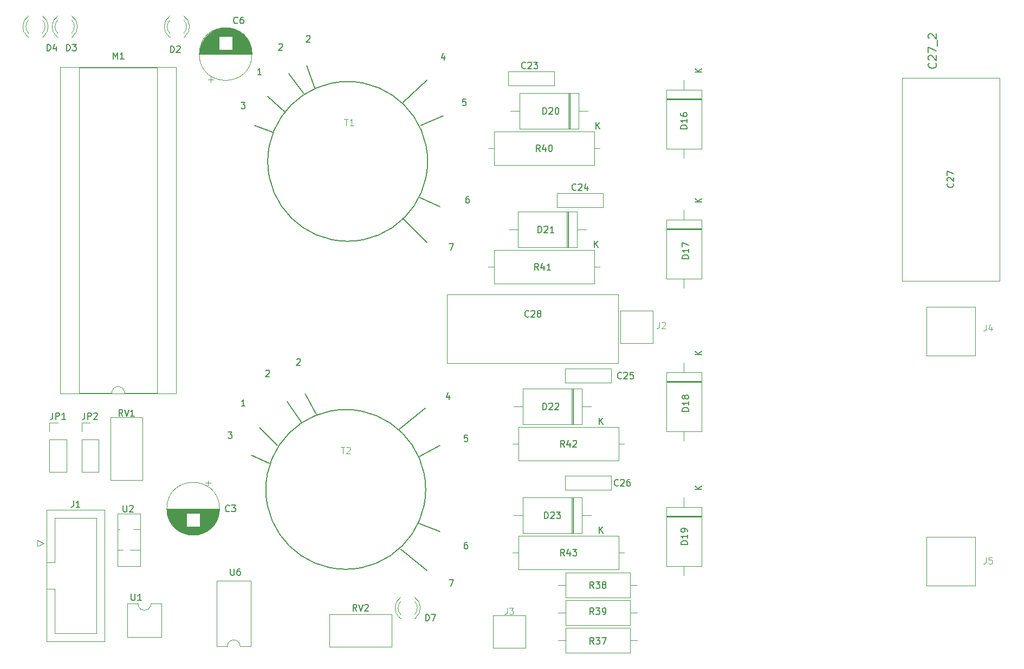
<source format=gbr>
%TF.GenerationSoftware,KiCad,Pcbnew,7.0.2*%
%TF.CreationDate,2023-05-30T11:20:00+02:00*%
%TF.ProjectId,Module_1,4d6f6475-6c65-45f3-912e-6b696361645f,rev?*%
%TF.SameCoordinates,Original*%
%TF.FileFunction,Legend,Top*%
%TF.FilePolarity,Positive*%
%FSLAX46Y46*%
G04 Gerber Fmt 4.6, Leading zero omitted, Abs format (unit mm)*
G04 Created by KiCad (PCBNEW 7.0.2) date 2023-05-30 11:20:00*
%MOMM*%
%LPD*%
G01*
G04 APERTURE LIST*
%ADD10C,0.150000*%
%ADD11C,0.100000*%
%ADD12C,0.120000*%
%ADD13C,0.200000*%
G04 APERTURE END LIST*
D10*
X124206000Y-123444000D02*
X120142000Y-120142000D01*
X126238000Y-117348000D02*
X122936000Y-116078000D01*
X126238000Y-103886000D02*
X122936000Y-105664000D01*
X119888000Y-101346000D02*
X123952000Y-98044000D01*
X99568000Y-106680000D02*
X96774000Y-105410000D01*
X100838000Y-103886000D02*
X98044000Y-101092000D01*
X102362000Y-97028000D02*
X104648000Y-100330000D01*
X105156000Y-95758000D02*
X106934000Y-99060000D01*
X124206000Y-72136000D02*
X120396000Y-68326000D01*
X126238000Y-66548000D02*
X122936000Y-65024000D01*
X126746000Y-52324000D02*
X123190000Y-53848000D01*
X124206000Y-46736000D02*
X120396000Y-50292000D01*
X97282000Y-53848000D02*
X100076000Y-54864000D01*
X99314000Y-49276000D02*
X102108000Y-51816000D01*
X102616000Y-45720000D02*
X104902000Y-48768000D01*
X105410000Y-44450000D02*
X106680000Y-48006000D01*
X127650857Y-124861619D02*
X128317523Y-124861619D01*
X128317523Y-124861619D02*
X127888952Y-125861619D01*
X130460666Y-119019619D02*
X130270190Y-119019619D01*
X130270190Y-119019619D02*
X130174952Y-119067238D01*
X130174952Y-119067238D02*
X130127333Y-119114857D01*
X130127333Y-119114857D02*
X130032095Y-119257714D01*
X130032095Y-119257714D02*
X129984476Y-119448190D01*
X129984476Y-119448190D02*
X129984476Y-119829142D01*
X129984476Y-119829142D02*
X130032095Y-119924380D01*
X130032095Y-119924380D02*
X130079714Y-119972000D01*
X130079714Y-119972000D02*
X130174952Y-120019619D01*
X130174952Y-120019619D02*
X130365428Y-120019619D01*
X130365428Y-120019619D02*
X130460666Y-119972000D01*
X130460666Y-119972000D02*
X130508285Y-119924380D01*
X130508285Y-119924380D02*
X130555904Y-119829142D01*
X130555904Y-119829142D02*
X130555904Y-119591047D01*
X130555904Y-119591047D02*
X130508285Y-119495809D01*
X130508285Y-119495809D02*
X130460666Y-119448190D01*
X130460666Y-119448190D02*
X130365428Y-119400571D01*
X130365428Y-119400571D02*
X130174952Y-119400571D01*
X130174952Y-119400571D02*
X130079714Y-119448190D01*
X130079714Y-119448190D02*
X130032095Y-119495809D01*
X130032095Y-119495809D02*
X129984476Y-119591047D01*
X130508285Y-102255619D02*
X130032095Y-102255619D01*
X130032095Y-102255619D02*
X129984476Y-102731809D01*
X129984476Y-102731809D02*
X130032095Y-102684190D01*
X130032095Y-102684190D02*
X130127333Y-102636571D01*
X130127333Y-102636571D02*
X130365428Y-102636571D01*
X130365428Y-102636571D02*
X130460666Y-102684190D01*
X130460666Y-102684190D02*
X130508285Y-102731809D01*
X130508285Y-102731809D02*
X130555904Y-102827047D01*
X130555904Y-102827047D02*
X130555904Y-103065142D01*
X130555904Y-103065142D02*
X130508285Y-103160380D01*
X130508285Y-103160380D02*
X130460666Y-103208000D01*
X130460666Y-103208000D02*
X130365428Y-103255619D01*
X130365428Y-103255619D02*
X130127333Y-103255619D01*
X130127333Y-103255619D02*
X130032095Y-103208000D01*
X130032095Y-103208000D02*
X129984476Y-103160380D01*
X127666666Y-95984952D02*
X127666666Y-96651619D01*
X127428571Y-95604000D02*
X127190476Y-96318285D01*
X127190476Y-96318285D02*
X127809523Y-96318285D01*
X93106857Y-101747619D02*
X93725904Y-101747619D01*
X93725904Y-101747619D02*
X93392571Y-102128571D01*
X93392571Y-102128571D02*
X93535428Y-102128571D01*
X93535428Y-102128571D02*
X93630666Y-102176190D01*
X93630666Y-102176190D02*
X93678285Y-102223809D01*
X93678285Y-102223809D02*
X93725904Y-102319047D01*
X93725904Y-102319047D02*
X93725904Y-102557142D01*
X93725904Y-102557142D02*
X93678285Y-102652380D01*
X93678285Y-102652380D02*
X93630666Y-102700000D01*
X93630666Y-102700000D02*
X93535428Y-102747619D01*
X93535428Y-102747619D02*
X93249714Y-102747619D01*
X93249714Y-102747619D02*
X93154476Y-102700000D01*
X93154476Y-102700000D02*
X93106857Y-102652380D01*
X95757904Y-97667619D02*
X95186476Y-97667619D01*
X95472190Y-97667619D02*
X95472190Y-96667619D01*
X95472190Y-96667619D02*
X95376952Y-96810476D01*
X95376952Y-96810476D02*
X95281714Y-96905714D01*
X95281714Y-96905714D02*
X95186476Y-96953333D01*
X98996476Y-92190857D02*
X99044095Y-92143238D01*
X99044095Y-92143238D02*
X99139333Y-92095619D01*
X99139333Y-92095619D02*
X99377428Y-92095619D01*
X99377428Y-92095619D02*
X99472666Y-92143238D01*
X99472666Y-92143238D02*
X99520285Y-92190857D01*
X99520285Y-92190857D02*
X99567904Y-92286095D01*
X99567904Y-92286095D02*
X99567904Y-92381333D01*
X99567904Y-92381333D02*
X99520285Y-92524190D01*
X99520285Y-92524190D02*
X98948857Y-93095619D01*
X98948857Y-93095619D02*
X99567904Y-93095619D01*
X103822476Y-90412857D02*
X103870095Y-90365238D01*
X103870095Y-90365238D02*
X103965333Y-90317619D01*
X103965333Y-90317619D02*
X104203428Y-90317619D01*
X104203428Y-90317619D02*
X104298666Y-90365238D01*
X104298666Y-90365238D02*
X104346285Y-90412857D01*
X104346285Y-90412857D02*
X104393904Y-90508095D01*
X104393904Y-90508095D02*
X104393904Y-90603333D01*
X104393904Y-90603333D02*
X104346285Y-90746190D01*
X104346285Y-90746190D02*
X103774857Y-91317619D01*
X103774857Y-91317619D02*
X104393904Y-91317619D01*
X127650857Y-72283619D02*
X128317523Y-72283619D01*
X128317523Y-72283619D02*
X127888952Y-73283619D01*
X130714666Y-64917619D02*
X130524190Y-64917619D01*
X130524190Y-64917619D02*
X130428952Y-64965238D01*
X130428952Y-64965238D02*
X130381333Y-65012857D01*
X130381333Y-65012857D02*
X130286095Y-65155714D01*
X130286095Y-65155714D02*
X130238476Y-65346190D01*
X130238476Y-65346190D02*
X130238476Y-65727142D01*
X130238476Y-65727142D02*
X130286095Y-65822380D01*
X130286095Y-65822380D02*
X130333714Y-65870000D01*
X130333714Y-65870000D02*
X130428952Y-65917619D01*
X130428952Y-65917619D02*
X130619428Y-65917619D01*
X130619428Y-65917619D02*
X130714666Y-65870000D01*
X130714666Y-65870000D02*
X130762285Y-65822380D01*
X130762285Y-65822380D02*
X130809904Y-65727142D01*
X130809904Y-65727142D02*
X130809904Y-65489047D01*
X130809904Y-65489047D02*
X130762285Y-65393809D01*
X130762285Y-65393809D02*
X130714666Y-65346190D01*
X130714666Y-65346190D02*
X130619428Y-65298571D01*
X130619428Y-65298571D02*
X130428952Y-65298571D01*
X130428952Y-65298571D02*
X130333714Y-65346190D01*
X130333714Y-65346190D02*
X130286095Y-65393809D01*
X130286095Y-65393809D02*
X130238476Y-65489047D01*
X130254285Y-49677619D02*
X129778095Y-49677619D01*
X129778095Y-49677619D02*
X129730476Y-50153809D01*
X129730476Y-50153809D02*
X129778095Y-50106190D01*
X129778095Y-50106190D02*
X129873333Y-50058571D01*
X129873333Y-50058571D02*
X130111428Y-50058571D01*
X130111428Y-50058571D02*
X130206666Y-50106190D01*
X130206666Y-50106190D02*
X130254285Y-50153809D01*
X130254285Y-50153809D02*
X130301904Y-50249047D01*
X130301904Y-50249047D02*
X130301904Y-50487142D01*
X130301904Y-50487142D02*
X130254285Y-50582380D01*
X130254285Y-50582380D02*
X130206666Y-50630000D01*
X130206666Y-50630000D02*
X130111428Y-50677619D01*
X130111428Y-50677619D02*
X129873333Y-50677619D01*
X129873333Y-50677619D02*
X129778095Y-50630000D01*
X129778095Y-50630000D02*
X129730476Y-50582380D01*
X126904666Y-42898952D02*
X126904666Y-43565619D01*
X126666571Y-42518000D02*
X126428476Y-43232285D01*
X126428476Y-43232285D02*
X127047523Y-43232285D01*
X95138857Y-50185619D02*
X95757904Y-50185619D01*
X95757904Y-50185619D02*
X95424571Y-50566571D01*
X95424571Y-50566571D02*
X95567428Y-50566571D01*
X95567428Y-50566571D02*
X95662666Y-50614190D01*
X95662666Y-50614190D02*
X95710285Y-50661809D01*
X95710285Y-50661809D02*
X95757904Y-50757047D01*
X95757904Y-50757047D02*
X95757904Y-50995142D01*
X95757904Y-50995142D02*
X95710285Y-51090380D01*
X95710285Y-51090380D02*
X95662666Y-51138000D01*
X95662666Y-51138000D02*
X95567428Y-51185619D01*
X95567428Y-51185619D02*
X95281714Y-51185619D01*
X95281714Y-51185619D02*
X95186476Y-51138000D01*
X95186476Y-51138000D02*
X95138857Y-51090380D01*
X98297904Y-45851619D02*
X97726476Y-45851619D01*
X98012190Y-45851619D02*
X98012190Y-44851619D01*
X98012190Y-44851619D02*
X97916952Y-44994476D01*
X97916952Y-44994476D02*
X97821714Y-45089714D01*
X97821714Y-45089714D02*
X97726476Y-45137333D01*
X105346476Y-39866857D02*
X105394095Y-39819238D01*
X105394095Y-39819238D02*
X105489333Y-39771619D01*
X105489333Y-39771619D02*
X105727428Y-39771619D01*
X105727428Y-39771619D02*
X105822666Y-39819238D01*
X105822666Y-39819238D02*
X105870285Y-39866857D01*
X105870285Y-39866857D02*
X105917904Y-39962095D01*
X105917904Y-39962095D02*
X105917904Y-40057333D01*
X105917904Y-40057333D02*
X105870285Y-40200190D01*
X105870285Y-40200190D02*
X105298857Y-40771619D01*
X105298857Y-40771619D02*
X105917904Y-40771619D01*
X101028476Y-41136857D02*
X101076095Y-41089238D01*
X101076095Y-41089238D02*
X101171333Y-41041619D01*
X101171333Y-41041619D02*
X101409428Y-41041619D01*
X101409428Y-41041619D02*
X101504666Y-41089238D01*
X101504666Y-41089238D02*
X101552285Y-41136857D01*
X101552285Y-41136857D02*
X101599904Y-41232095D01*
X101599904Y-41232095D02*
X101599904Y-41327333D01*
X101599904Y-41327333D02*
X101552285Y-41470190D01*
X101552285Y-41470190D02*
X100980857Y-42041619D01*
X100980857Y-42041619D02*
X101599904Y-42041619D01*
%TO.C,*%
%TO.C,R37*%
X150233142Y-134940619D02*
X149899809Y-134464428D01*
X149661714Y-134940619D02*
X149661714Y-133940619D01*
X149661714Y-133940619D02*
X150042666Y-133940619D01*
X150042666Y-133940619D02*
X150137904Y-133988238D01*
X150137904Y-133988238D02*
X150185523Y-134035857D01*
X150185523Y-134035857D02*
X150233142Y-134131095D01*
X150233142Y-134131095D02*
X150233142Y-134273952D01*
X150233142Y-134273952D02*
X150185523Y-134369190D01*
X150185523Y-134369190D02*
X150137904Y-134416809D01*
X150137904Y-134416809D02*
X150042666Y-134464428D01*
X150042666Y-134464428D02*
X149661714Y-134464428D01*
X150566476Y-133940619D02*
X151185523Y-133940619D01*
X151185523Y-133940619D02*
X150852190Y-134321571D01*
X150852190Y-134321571D02*
X150995047Y-134321571D01*
X150995047Y-134321571D02*
X151090285Y-134369190D01*
X151090285Y-134369190D02*
X151137904Y-134416809D01*
X151137904Y-134416809D02*
X151185523Y-134512047D01*
X151185523Y-134512047D02*
X151185523Y-134750142D01*
X151185523Y-134750142D02*
X151137904Y-134845380D01*
X151137904Y-134845380D02*
X151090285Y-134893000D01*
X151090285Y-134893000D02*
X150995047Y-134940619D01*
X150995047Y-134940619D02*
X150709333Y-134940619D01*
X150709333Y-134940619D02*
X150614095Y-134893000D01*
X150614095Y-134893000D02*
X150566476Y-134845380D01*
X151518857Y-133940619D02*
X152185523Y-133940619D01*
X152185523Y-133940619D02*
X151756952Y-134940619D01*
%TO.C,D18*%
X165054619Y-98496285D02*
X164054619Y-98496285D01*
X164054619Y-98496285D02*
X164054619Y-98258190D01*
X164054619Y-98258190D02*
X164102238Y-98115333D01*
X164102238Y-98115333D02*
X164197476Y-98020095D01*
X164197476Y-98020095D02*
X164292714Y-97972476D01*
X164292714Y-97972476D02*
X164483190Y-97924857D01*
X164483190Y-97924857D02*
X164626047Y-97924857D01*
X164626047Y-97924857D02*
X164816523Y-97972476D01*
X164816523Y-97972476D02*
X164911761Y-98020095D01*
X164911761Y-98020095D02*
X165007000Y-98115333D01*
X165007000Y-98115333D02*
X165054619Y-98258190D01*
X165054619Y-98258190D02*
X165054619Y-98496285D01*
X165054619Y-96972476D02*
X165054619Y-97543904D01*
X165054619Y-97258190D02*
X164054619Y-97258190D01*
X164054619Y-97258190D02*
X164197476Y-97353428D01*
X164197476Y-97353428D02*
X164292714Y-97448666D01*
X164292714Y-97448666D02*
X164340333Y-97543904D01*
X164483190Y-96401047D02*
X164435571Y-96496285D01*
X164435571Y-96496285D02*
X164387952Y-96543904D01*
X164387952Y-96543904D02*
X164292714Y-96591523D01*
X164292714Y-96591523D02*
X164245095Y-96591523D01*
X164245095Y-96591523D02*
X164149857Y-96543904D01*
X164149857Y-96543904D02*
X164102238Y-96496285D01*
X164102238Y-96496285D02*
X164054619Y-96401047D01*
X164054619Y-96401047D02*
X164054619Y-96210571D01*
X164054619Y-96210571D02*
X164102238Y-96115333D01*
X164102238Y-96115333D02*
X164149857Y-96067714D01*
X164149857Y-96067714D02*
X164245095Y-96020095D01*
X164245095Y-96020095D02*
X164292714Y-96020095D01*
X164292714Y-96020095D02*
X164387952Y-96067714D01*
X164387952Y-96067714D02*
X164435571Y-96115333D01*
X164435571Y-96115333D02*
X164483190Y-96210571D01*
X164483190Y-96210571D02*
X164483190Y-96401047D01*
X164483190Y-96401047D02*
X164530809Y-96496285D01*
X164530809Y-96496285D02*
X164578428Y-96543904D01*
X164578428Y-96543904D02*
X164673666Y-96591523D01*
X164673666Y-96591523D02*
X164864142Y-96591523D01*
X164864142Y-96591523D02*
X164959380Y-96543904D01*
X164959380Y-96543904D02*
X165007000Y-96496285D01*
X165007000Y-96496285D02*
X165054619Y-96401047D01*
X165054619Y-96401047D02*
X165054619Y-96210571D01*
X165054619Y-96210571D02*
X165007000Y-96115333D01*
X165007000Y-96115333D02*
X164959380Y-96067714D01*
X164959380Y-96067714D02*
X164864142Y-96020095D01*
X164864142Y-96020095D02*
X164673666Y-96020095D01*
X164673666Y-96020095D02*
X164578428Y-96067714D01*
X164578428Y-96067714D02*
X164530809Y-96115333D01*
X164530809Y-96115333D02*
X164483190Y-96210571D01*
X167100619Y-89669904D02*
X166100619Y-89669904D01*
X167100619Y-89098476D02*
X166529190Y-89527047D01*
X166100619Y-89098476D02*
X166672047Y-89669904D01*
%TO.C,C27*%
X206361380Y-62872857D02*
X206409000Y-62920476D01*
X206409000Y-62920476D02*
X206456619Y-63063333D01*
X206456619Y-63063333D02*
X206456619Y-63158571D01*
X206456619Y-63158571D02*
X206409000Y-63301428D01*
X206409000Y-63301428D02*
X206313761Y-63396666D01*
X206313761Y-63396666D02*
X206218523Y-63444285D01*
X206218523Y-63444285D02*
X206028047Y-63491904D01*
X206028047Y-63491904D02*
X205885190Y-63491904D01*
X205885190Y-63491904D02*
X205694714Y-63444285D01*
X205694714Y-63444285D02*
X205599476Y-63396666D01*
X205599476Y-63396666D02*
X205504238Y-63301428D01*
X205504238Y-63301428D02*
X205456619Y-63158571D01*
X205456619Y-63158571D02*
X205456619Y-63063333D01*
X205456619Y-63063333D02*
X205504238Y-62920476D01*
X205504238Y-62920476D02*
X205551857Y-62872857D01*
X205551857Y-62491904D02*
X205504238Y-62444285D01*
X205504238Y-62444285D02*
X205456619Y-62349047D01*
X205456619Y-62349047D02*
X205456619Y-62110952D01*
X205456619Y-62110952D02*
X205504238Y-62015714D01*
X205504238Y-62015714D02*
X205551857Y-61968095D01*
X205551857Y-61968095D02*
X205647095Y-61920476D01*
X205647095Y-61920476D02*
X205742333Y-61920476D01*
X205742333Y-61920476D02*
X205885190Y-61968095D01*
X205885190Y-61968095D02*
X206456619Y-62539523D01*
X206456619Y-62539523D02*
X206456619Y-61920476D01*
X205456619Y-61587142D02*
X205456619Y-60920476D01*
X205456619Y-60920476D02*
X206456619Y-61349047D01*
%TO.C,C3*%
X93305333Y-114129729D02*
X93257714Y-114177349D01*
X93257714Y-114177349D02*
X93114857Y-114224968D01*
X93114857Y-114224968D02*
X93019619Y-114224968D01*
X93019619Y-114224968D02*
X92876762Y-114177349D01*
X92876762Y-114177349D02*
X92781524Y-114082110D01*
X92781524Y-114082110D02*
X92733905Y-113986872D01*
X92733905Y-113986872D02*
X92686286Y-113796396D01*
X92686286Y-113796396D02*
X92686286Y-113653539D01*
X92686286Y-113653539D02*
X92733905Y-113463063D01*
X92733905Y-113463063D02*
X92781524Y-113367825D01*
X92781524Y-113367825D02*
X92876762Y-113272587D01*
X92876762Y-113272587D02*
X93019619Y-113224968D01*
X93019619Y-113224968D02*
X93114857Y-113224968D01*
X93114857Y-113224968D02*
X93257714Y-113272587D01*
X93257714Y-113272587D02*
X93305333Y-113320206D01*
X93638667Y-113224968D02*
X94257714Y-113224968D01*
X94257714Y-113224968D02*
X93924381Y-113605920D01*
X93924381Y-113605920D02*
X94067238Y-113605920D01*
X94067238Y-113605920D02*
X94162476Y-113653539D01*
X94162476Y-113653539D02*
X94210095Y-113701158D01*
X94210095Y-113701158D02*
X94257714Y-113796396D01*
X94257714Y-113796396D02*
X94257714Y-114034491D01*
X94257714Y-114034491D02*
X94210095Y-114129729D01*
X94210095Y-114129729D02*
X94162476Y-114177349D01*
X94162476Y-114177349D02*
X94067238Y-114224968D01*
X94067238Y-114224968D02*
X93781524Y-114224968D01*
X93781524Y-114224968D02*
X93686286Y-114177349D01*
X93686286Y-114177349D02*
X93638667Y-114129729D01*
%TO.C,J1*%
X68921666Y-112522619D02*
X68921666Y-113236904D01*
X68921666Y-113236904D02*
X68874047Y-113379761D01*
X68874047Y-113379761D02*
X68778809Y-113475000D01*
X68778809Y-113475000D02*
X68635952Y-113522619D01*
X68635952Y-113522619D02*
X68540714Y-113522619D01*
X69921666Y-113522619D02*
X69350238Y-113522619D01*
X69635952Y-113522619D02*
X69635952Y-112522619D01*
X69635952Y-112522619D02*
X69540714Y-112665476D01*
X69540714Y-112665476D02*
X69445476Y-112760714D01*
X69445476Y-112760714D02*
X69350238Y-112808333D01*
%TO.C,D16*%
X164800619Y-54300285D02*
X163800619Y-54300285D01*
X163800619Y-54300285D02*
X163800619Y-54062190D01*
X163800619Y-54062190D02*
X163848238Y-53919333D01*
X163848238Y-53919333D02*
X163943476Y-53824095D01*
X163943476Y-53824095D02*
X164038714Y-53776476D01*
X164038714Y-53776476D02*
X164229190Y-53728857D01*
X164229190Y-53728857D02*
X164372047Y-53728857D01*
X164372047Y-53728857D02*
X164562523Y-53776476D01*
X164562523Y-53776476D02*
X164657761Y-53824095D01*
X164657761Y-53824095D02*
X164753000Y-53919333D01*
X164753000Y-53919333D02*
X164800619Y-54062190D01*
X164800619Y-54062190D02*
X164800619Y-54300285D01*
X164800619Y-52776476D02*
X164800619Y-53347904D01*
X164800619Y-53062190D02*
X163800619Y-53062190D01*
X163800619Y-53062190D02*
X163943476Y-53157428D01*
X163943476Y-53157428D02*
X164038714Y-53252666D01*
X164038714Y-53252666D02*
X164086333Y-53347904D01*
X163800619Y-51919333D02*
X163800619Y-52109809D01*
X163800619Y-52109809D02*
X163848238Y-52205047D01*
X163848238Y-52205047D02*
X163895857Y-52252666D01*
X163895857Y-52252666D02*
X164038714Y-52347904D01*
X164038714Y-52347904D02*
X164229190Y-52395523D01*
X164229190Y-52395523D02*
X164610142Y-52395523D01*
X164610142Y-52395523D02*
X164705380Y-52347904D01*
X164705380Y-52347904D02*
X164753000Y-52300285D01*
X164753000Y-52300285D02*
X164800619Y-52205047D01*
X164800619Y-52205047D02*
X164800619Y-52014571D01*
X164800619Y-52014571D02*
X164753000Y-51919333D01*
X164753000Y-51919333D02*
X164705380Y-51871714D01*
X164705380Y-51871714D02*
X164610142Y-51824095D01*
X164610142Y-51824095D02*
X164372047Y-51824095D01*
X164372047Y-51824095D02*
X164276809Y-51871714D01*
X164276809Y-51871714D02*
X164229190Y-51919333D01*
X164229190Y-51919333D02*
X164181571Y-52014571D01*
X164181571Y-52014571D02*
X164181571Y-52205047D01*
X164181571Y-52205047D02*
X164229190Y-52300285D01*
X164229190Y-52300285D02*
X164276809Y-52347904D01*
X164276809Y-52347904D02*
X164372047Y-52395523D01*
X167100619Y-45473904D02*
X166100619Y-45473904D01*
X167100619Y-44902476D02*
X166529190Y-45331047D01*
X166100619Y-44902476D02*
X166672047Y-45473904D01*
%TO.C,D2*%
X84097905Y-42372619D02*
X84097905Y-41372619D01*
X84097905Y-41372619D02*
X84336000Y-41372619D01*
X84336000Y-41372619D02*
X84478857Y-41420238D01*
X84478857Y-41420238D02*
X84574095Y-41515476D01*
X84574095Y-41515476D02*
X84621714Y-41610714D01*
X84621714Y-41610714D02*
X84669333Y-41801190D01*
X84669333Y-41801190D02*
X84669333Y-41944047D01*
X84669333Y-41944047D02*
X84621714Y-42134523D01*
X84621714Y-42134523D02*
X84574095Y-42229761D01*
X84574095Y-42229761D02*
X84478857Y-42325000D01*
X84478857Y-42325000D02*
X84336000Y-42372619D01*
X84336000Y-42372619D02*
X84097905Y-42372619D01*
X85050286Y-41467857D02*
X85097905Y-41420238D01*
X85097905Y-41420238D02*
X85193143Y-41372619D01*
X85193143Y-41372619D02*
X85431238Y-41372619D01*
X85431238Y-41372619D02*
X85526476Y-41420238D01*
X85526476Y-41420238D02*
X85574095Y-41467857D01*
X85574095Y-41467857D02*
X85621714Y-41563095D01*
X85621714Y-41563095D02*
X85621714Y-41658333D01*
X85621714Y-41658333D02*
X85574095Y-41801190D01*
X85574095Y-41801190D02*
X85002667Y-42372619D01*
X85002667Y-42372619D02*
X85621714Y-42372619D01*
%TO.C,R39*%
X150233142Y-130304619D02*
X149899809Y-129828428D01*
X149661714Y-130304619D02*
X149661714Y-129304619D01*
X149661714Y-129304619D02*
X150042666Y-129304619D01*
X150042666Y-129304619D02*
X150137904Y-129352238D01*
X150137904Y-129352238D02*
X150185523Y-129399857D01*
X150185523Y-129399857D02*
X150233142Y-129495095D01*
X150233142Y-129495095D02*
X150233142Y-129637952D01*
X150233142Y-129637952D02*
X150185523Y-129733190D01*
X150185523Y-129733190D02*
X150137904Y-129780809D01*
X150137904Y-129780809D02*
X150042666Y-129828428D01*
X150042666Y-129828428D02*
X149661714Y-129828428D01*
X150566476Y-129304619D02*
X151185523Y-129304619D01*
X151185523Y-129304619D02*
X150852190Y-129685571D01*
X150852190Y-129685571D02*
X150995047Y-129685571D01*
X150995047Y-129685571D02*
X151090285Y-129733190D01*
X151090285Y-129733190D02*
X151137904Y-129780809D01*
X151137904Y-129780809D02*
X151185523Y-129876047D01*
X151185523Y-129876047D02*
X151185523Y-130114142D01*
X151185523Y-130114142D02*
X151137904Y-130209380D01*
X151137904Y-130209380D02*
X151090285Y-130257000D01*
X151090285Y-130257000D02*
X150995047Y-130304619D01*
X150995047Y-130304619D02*
X150709333Y-130304619D01*
X150709333Y-130304619D02*
X150614095Y-130257000D01*
X150614095Y-130257000D02*
X150566476Y-130209380D01*
X151661714Y-130304619D02*
X151852190Y-130304619D01*
X151852190Y-130304619D02*
X151947428Y-130257000D01*
X151947428Y-130257000D02*
X151995047Y-130209380D01*
X151995047Y-130209380D02*
X152090285Y-130066523D01*
X152090285Y-130066523D02*
X152137904Y-129876047D01*
X152137904Y-129876047D02*
X152137904Y-129495095D01*
X152137904Y-129495095D02*
X152090285Y-129399857D01*
X152090285Y-129399857D02*
X152042666Y-129352238D01*
X152042666Y-129352238D02*
X151947428Y-129304619D01*
X151947428Y-129304619D02*
X151756952Y-129304619D01*
X151756952Y-129304619D02*
X151661714Y-129352238D01*
X151661714Y-129352238D02*
X151614095Y-129399857D01*
X151614095Y-129399857D02*
X151566476Y-129495095D01*
X151566476Y-129495095D02*
X151566476Y-129733190D01*
X151566476Y-129733190D02*
X151614095Y-129828428D01*
X151614095Y-129828428D02*
X151661714Y-129876047D01*
X151661714Y-129876047D02*
X151756952Y-129923666D01*
X151756952Y-129923666D02*
X151947428Y-129923666D01*
X151947428Y-129923666D02*
X152042666Y-129876047D01*
X152042666Y-129876047D02*
X152090285Y-129828428D01*
X152090285Y-129828428D02*
X152137904Y-129733190D01*
D11*
%TO.C,J3*%
X136666666Y-129256619D02*
X136666666Y-129970904D01*
X136666666Y-129970904D02*
X136619047Y-130113761D01*
X136619047Y-130113761D02*
X136523809Y-130209000D01*
X136523809Y-130209000D02*
X136380952Y-130256619D01*
X136380952Y-130256619D02*
X136285714Y-130256619D01*
X137047619Y-129256619D02*
X137666666Y-129256619D01*
X137666666Y-129256619D02*
X137333333Y-129637571D01*
X137333333Y-129637571D02*
X137476190Y-129637571D01*
X137476190Y-129637571D02*
X137571428Y-129685190D01*
X137571428Y-129685190D02*
X137619047Y-129732809D01*
X137619047Y-129732809D02*
X137666666Y-129828047D01*
X137666666Y-129828047D02*
X137666666Y-130066142D01*
X137666666Y-130066142D02*
X137619047Y-130161380D01*
X137619047Y-130161380D02*
X137571428Y-130209000D01*
X137571428Y-130209000D02*
X137476190Y-130256619D01*
X137476190Y-130256619D02*
X137190476Y-130256619D01*
X137190476Y-130256619D02*
X137095238Y-130209000D01*
X137095238Y-130209000D02*
X137047619Y-130161380D01*
D10*
%TO.C,JP1*%
X65691666Y-98767619D02*
X65691666Y-99481904D01*
X65691666Y-99481904D02*
X65644047Y-99624761D01*
X65644047Y-99624761D02*
X65548809Y-99720000D01*
X65548809Y-99720000D02*
X65405952Y-99767619D01*
X65405952Y-99767619D02*
X65310714Y-99767619D01*
X66167857Y-99767619D02*
X66167857Y-98767619D01*
X66167857Y-98767619D02*
X66548809Y-98767619D01*
X66548809Y-98767619D02*
X66644047Y-98815238D01*
X66644047Y-98815238D02*
X66691666Y-98862857D01*
X66691666Y-98862857D02*
X66739285Y-98958095D01*
X66739285Y-98958095D02*
X66739285Y-99100952D01*
X66739285Y-99100952D02*
X66691666Y-99196190D01*
X66691666Y-99196190D02*
X66644047Y-99243809D01*
X66644047Y-99243809D02*
X66548809Y-99291428D01*
X66548809Y-99291428D02*
X66167857Y-99291428D01*
X67691666Y-99767619D02*
X67120238Y-99767619D01*
X67405952Y-99767619D02*
X67405952Y-98767619D01*
X67405952Y-98767619D02*
X67310714Y-98910476D01*
X67310714Y-98910476D02*
X67215476Y-99005714D01*
X67215476Y-99005714D02*
X67120238Y-99053333D01*
%TO.C,C25*%
X154551142Y-93331380D02*
X154503523Y-93379000D01*
X154503523Y-93379000D02*
X154360666Y-93426619D01*
X154360666Y-93426619D02*
X154265428Y-93426619D01*
X154265428Y-93426619D02*
X154122571Y-93379000D01*
X154122571Y-93379000D02*
X154027333Y-93283761D01*
X154027333Y-93283761D02*
X153979714Y-93188523D01*
X153979714Y-93188523D02*
X153932095Y-92998047D01*
X153932095Y-92998047D02*
X153932095Y-92855190D01*
X153932095Y-92855190D02*
X153979714Y-92664714D01*
X153979714Y-92664714D02*
X154027333Y-92569476D01*
X154027333Y-92569476D02*
X154122571Y-92474238D01*
X154122571Y-92474238D02*
X154265428Y-92426619D01*
X154265428Y-92426619D02*
X154360666Y-92426619D01*
X154360666Y-92426619D02*
X154503523Y-92474238D01*
X154503523Y-92474238D02*
X154551142Y-92521857D01*
X154932095Y-92521857D02*
X154979714Y-92474238D01*
X154979714Y-92474238D02*
X155074952Y-92426619D01*
X155074952Y-92426619D02*
X155313047Y-92426619D01*
X155313047Y-92426619D02*
X155408285Y-92474238D01*
X155408285Y-92474238D02*
X155455904Y-92521857D01*
X155455904Y-92521857D02*
X155503523Y-92617095D01*
X155503523Y-92617095D02*
X155503523Y-92712333D01*
X155503523Y-92712333D02*
X155455904Y-92855190D01*
X155455904Y-92855190D02*
X154884476Y-93426619D01*
X154884476Y-93426619D02*
X155503523Y-93426619D01*
X156408285Y-92426619D02*
X155932095Y-92426619D01*
X155932095Y-92426619D02*
X155884476Y-92902809D01*
X155884476Y-92902809D02*
X155932095Y-92855190D01*
X155932095Y-92855190D02*
X156027333Y-92807571D01*
X156027333Y-92807571D02*
X156265428Y-92807571D01*
X156265428Y-92807571D02*
X156360666Y-92855190D01*
X156360666Y-92855190D02*
X156408285Y-92902809D01*
X156408285Y-92902809D02*
X156455904Y-92998047D01*
X156455904Y-92998047D02*
X156455904Y-93236142D01*
X156455904Y-93236142D02*
X156408285Y-93331380D01*
X156408285Y-93331380D02*
X156360666Y-93379000D01*
X156360666Y-93379000D02*
X156265428Y-93426619D01*
X156265428Y-93426619D02*
X156027333Y-93426619D01*
X156027333Y-93426619D02*
X155932095Y-93379000D01*
X155932095Y-93379000D02*
X155884476Y-93331380D01*
%TO.C,R41*%
X141597142Y-76408619D02*
X141263809Y-75932428D01*
X141025714Y-76408619D02*
X141025714Y-75408619D01*
X141025714Y-75408619D02*
X141406666Y-75408619D01*
X141406666Y-75408619D02*
X141501904Y-75456238D01*
X141501904Y-75456238D02*
X141549523Y-75503857D01*
X141549523Y-75503857D02*
X141597142Y-75599095D01*
X141597142Y-75599095D02*
X141597142Y-75741952D01*
X141597142Y-75741952D02*
X141549523Y-75837190D01*
X141549523Y-75837190D02*
X141501904Y-75884809D01*
X141501904Y-75884809D02*
X141406666Y-75932428D01*
X141406666Y-75932428D02*
X141025714Y-75932428D01*
X142454285Y-75741952D02*
X142454285Y-76408619D01*
X142216190Y-75361000D02*
X141978095Y-76075285D01*
X141978095Y-76075285D02*
X142597142Y-76075285D01*
X143501904Y-76408619D02*
X142930476Y-76408619D01*
X143216190Y-76408619D02*
X143216190Y-75408619D01*
X143216190Y-75408619D02*
X143120952Y-75551476D01*
X143120952Y-75551476D02*
X143025714Y-75646714D01*
X143025714Y-75646714D02*
X142930476Y-75694333D01*
%TO.C,D19*%
X164868619Y-119324285D02*
X163868619Y-119324285D01*
X163868619Y-119324285D02*
X163868619Y-119086190D01*
X163868619Y-119086190D02*
X163916238Y-118943333D01*
X163916238Y-118943333D02*
X164011476Y-118848095D01*
X164011476Y-118848095D02*
X164106714Y-118800476D01*
X164106714Y-118800476D02*
X164297190Y-118752857D01*
X164297190Y-118752857D02*
X164440047Y-118752857D01*
X164440047Y-118752857D02*
X164630523Y-118800476D01*
X164630523Y-118800476D02*
X164725761Y-118848095D01*
X164725761Y-118848095D02*
X164821000Y-118943333D01*
X164821000Y-118943333D02*
X164868619Y-119086190D01*
X164868619Y-119086190D02*
X164868619Y-119324285D01*
X164868619Y-117800476D02*
X164868619Y-118371904D01*
X164868619Y-118086190D02*
X163868619Y-118086190D01*
X163868619Y-118086190D02*
X164011476Y-118181428D01*
X164011476Y-118181428D02*
X164106714Y-118276666D01*
X164106714Y-118276666D02*
X164154333Y-118371904D01*
X164868619Y-117324285D02*
X164868619Y-117133809D01*
X164868619Y-117133809D02*
X164821000Y-117038571D01*
X164821000Y-117038571D02*
X164773380Y-116990952D01*
X164773380Y-116990952D02*
X164630523Y-116895714D01*
X164630523Y-116895714D02*
X164440047Y-116848095D01*
X164440047Y-116848095D02*
X164059095Y-116848095D01*
X164059095Y-116848095D02*
X163963857Y-116895714D01*
X163963857Y-116895714D02*
X163916238Y-116943333D01*
X163916238Y-116943333D02*
X163868619Y-117038571D01*
X163868619Y-117038571D02*
X163868619Y-117229047D01*
X163868619Y-117229047D02*
X163916238Y-117324285D01*
X163916238Y-117324285D02*
X163963857Y-117371904D01*
X163963857Y-117371904D02*
X164059095Y-117419523D01*
X164059095Y-117419523D02*
X164297190Y-117419523D01*
X164297190Y-117419523D02*
X164392428Y-117371904D01*
X164392428Y-117371904D02*
X164440047Y-117324285D01*
X164440047Y-117324285D02*
X164487666Y-117229047D01*
X164487666Y-117229047D02*
X164487666Y-117038571D01*
X164487666Y-117038571D02*
X164440047Y-116943333D01*
X164440047Y-116943333D02*
X164392428Y-116895714D01*
X164392428Y-116895714D02*
X164297190Y-116848095D01*
X167100619Y-110751904D02*
X166100619Y-110751904D01*
X167100619Y-110180476D02*
X166529190Y-110609047D01*
X166100619Y-110180476D02*
X166672047Y-110751904D01*
%TO.C,D17*%
X165054619Y-74620285D02*
X164054619Y-74620285D01*
X164054619Y-74620285D02*
X164054619Y-74382190D01*
X164054619Y-74382190D02*
X164102238Y-74239333D01*
X164102238Y-74239333D02*
X164197476Y-74144095D01*
X164197476Y-74144095D02*
X164292714Y-74096476D01*
X164292714Y-74096476D02*
X164483190Y-74048857D01*
X164483190Y-74048857D02*
X164626047Y-74048857D01*
X164626047Y-74048857D02*
X164816523Y-74096476D01*
X164816523Y-74096476D02*
X164911761Y-74144095D01*
X164911761Y-74144095D02*
X165007000Y-74239333D01*
X165007000Y-74239333D02*
X165054619Y-74382190D01*
X165054619Y-74382190D02*
X165054619Y-74620285D01*
X165054619Y-73096476D02*
X165054619Y-73667904D01*
X165054619Y-73382190D02*
X164054619Y-73382190D01*
X164054619Y-73382190D02*
X164197476Y-73477428D01*
X164197476Y-73477428D02*
X164292714Y-73572666D01*
X164292714Y-73572666D02*
X164340333Y-73667904D01*
X164054619Y-72763142D02*
X164054619Y-72096476D01*
X164054619Y-72096476D02*
X165054619Y-72525047D01*
X167100619Y-65793904D02*
X166100619Y-65793904D01*
X167100619Y-65222476D02*
X166529190Y-65651047D01*
X166100619Y-65222476D02*
X166672047Y-65793904D01*
%TO.C,U6*%
X93472095Y-123160619D02*
X93472095Y-123970142D01*
X93472095Y-123970142D02*
X93519714Y-124065380D01*
X93519714Y-124065380D02*
X93567333Y-124113000D01*
X93567333Y-124113000D02*
X93662571Y-124160619D01*
X93662571Y-124160619D02*
X93853047Y-124160619D01*
X93853047Y-124160619D02*
X93948285Y-124113000D01*
X93948285Y-124113000D02*
X93995904Y-124065380D01*
X93995904Y-124065380D02*
X94043523Y-123970142D01*
X94043523Y-123970142D02*
X94043523Y-123160619D01*
X94948285Y-123160619D02*
X94757809Y-123160619D01*
X94757809Y-123160619D02*
X94662571Y-123208238D01*
X94662571Y-123208238D02*
X94614952Y-123255857D01*
X94614952Y-123255857D02*
X94519714Y-123398714D01*
X94519714Y-123398714D02*
X94472095Y-123589190D01*
X94472095Y-123589190D02*
X94472095Y-123970142D01*
X94472095Y-123970142D02*
X94519714Y-124065380D01*
X94519714Y-124065380D02*
X94567333Y-124113000D01*
X94567333Y-124113000D02*
X94662571Y-124160619D01*
X94662571Y-124160619D02*
X94853047Y-124160619D01*
X94853047Y-124160619D02*
X94948285Y-124113000D01*
X94948285Y-124113000D02*
X94995904Y-124065380D01*
X94995904Y-124065380D02*
X95043523Y-123970142D01*
X95043523Y-123970142D02*
X95043523Y-123732047D01*
X95043523Y-123732047D02*
X94995904Y-123636809D01*
X94995904Y-123636809D02*
X94948285Y-123589190D01*
X94948285Y-123589190D02*
X94853047Y-123541571D01*
X94853047Y-123541571D02*
X94662571Y-123541571D01*
X94662571Y-123541571D02*
X94567333Y-123589190D01*
X94567333Y-123589190D02*
X94519714Y-123636809D01*
X94519714Y-123636809D02*
X94472095Y-123732047D01*
%TO.C,R43*%
X145661142Y-121112619D02*
X145327809Y-120636428D01*
X145089714Y-121112619D02*
X145089714Y-120112619D01*
X145089714Y-120112619D02*
X145470666Y-120112619D01*
X145470666Y-120112619D02*
X145565904Y-120160238D01*
X145565904Y-120160238D02*
X145613523Y-120207857D01*
X145613523Y-120207857D02*
X145661142Y-120303095D01*
X145661142Y-120303095D02*
X145661142Y-120445952D01*
X145661142Y-120445952D02*
X145613523Y-120541190D01*
X145613523Y-120541190D02*
X145565904Y-120588809D01*
X145565904Y-120588809D02*
X145470666Y-120636428D01*
X145470666Y-120636428D02*
X145089714Y-120636428D01*
X146518285Y-120445952D02*
X146518285Y-121112619D01*
X146280190Y-120065000D02*
X146042095Y-120779285D01*
X146042095Y-120779285D02*
X146661142Y-120779285D01*
X146946857Y-120112619D02*
X147565904Y-120112619D01*
X147565904Y-120112619D02*
X147232571Y-120493571D01*
X147232571Y-120493571D02*
X147375428Y-120493571D01*
X147375428Y-120493571D02*
X147470666Y-120541190D01*
X147470666Y-120541190D02*
X147518285Y-120588809D01*
X147518285Y-120588809D02*
X147565904Y-120684047D01*
X147565904Y-120684047D02*
X147565904Y-120922142D01*
X147565904Y-120922142D02*
X147518285Y-121017380D01*
X147518285Y-121017380D02*
X147470666Y-121065000D01*
X147470666Y-121065000D02*
X147375428Y-121112619D01*
X147375428Y-121112619D02*
X147089714Y-121112619D01*
X147089714Y-121112619D02*
X146994476Y-121065000D01*
X146994476Y-121065000D02*
X146946857Y-121017380D01*
%TO.C,RV1*%
X76620761Y-99268619D02*
X76287428Y-98792428D01*
X76049333Y-99268619D02*
X76049333Y-98268619D01*
X76049333Y-98268619D02*
X76430285Y-98268619D01*
X76430285Y-98268619D02*
X76525523Y-98316238D01*
X76525523Y-98316238D02*
X76573142Y-98363857D01*
X76573142Y-98363857D02*
X76620761Y-98459095D01*
X76620761Y-98459095D02*
X76620761Y-98601952D01*
X76620761Y-98601952D02*
X76573142Y-98697190D01*
X76573142Y-98697190D02*
X76525523Y-98744809D01*
X76525523Y-98744809D02*
X76430285Y-98792428D01*
X76430285Y-98792428D02*
X76049333Y-98792428D01*
X76906476Y-98268619D02*
X77239809Y-99268619D01*
X77239809Y-99268619D02*
X77573142Y-98268619D01*
X78430285Y-99268619D02*
X77858857Y-99268619D01*
X78144571Y-99268619D02*
X78144571Y-98268619D01*
X78144571Y-98268619D02*
X78049333Y-98411476D01*
X78049333Y-98411476D02*
X77954095Y-98506714D01*
X77954095Y-98506714D02*
X77858857Y-98554333D01*
%TO.C,C27_2*%
X203666573Y-44068999D02*
X203727050Y-44129475D01*
X203727050Y-44129475D02*
X203787526Y-44310904D01*
X203787526Y-44310904D02*
X203787526Y-44431856D01*
X203787526Y-44431856D02*
X203727050Y-44613285D01*
X203727050Y-44613285D02*
X203606097Y-44734237D01*
X203606097Y-44734237D02*
X203485145Y-44794714D01*
X203485145Y-44794714D02*
X203243240Y-44855190D01*
X203243240Y-44855190D02*
X203061811Y-44855190D01*
X203061811Y-44855190D02*
X202819907Y-44794714D01*
X202819907Y-44794714D02*
X202698954Y-44734237D01*
X202698954Y-44734237D02*
X202578002Y-44613285D01*
X202578002Y-44613285D02*
X202517526Y-44431856D01*
X202517526Y-44431856D02*
X202517526Y-44310904D01*
X202517526Y-44310904D02*
X202578002Y-44129475D01*
X202578002Y-44129475D02*
X202638478Y-44068999D01*
X202638478Y-43585190D02*
X202578002Y-43524714D01*
X202578002Y-43524714D02*
X202517526Y-43403761D01*
X202517526Y-43403761D02*
X202517526Y-43101380D01*
X202517526Y-43101380D02*
X202578002Y-42980428D01*
X202578002Y-42980428D02*
X202638478Y-42919952D01*
X202638478Y-42919952D02*
X202759430Y-42859475D01*
X202759430Y-42859475D02*
X202880383Y-42859475D01*
X202880383Y-42859475D02*
X203061811Y-42919952D01*
X203061811Y-42919952D02*
X203787526Y-43645666D01*
X203787526Y-43645666D02*
X203787526Y-42859475D01*
X202517526Y-42436142D02*
X202517526Y-41589475D01*
X202517526Y-41589475D02*
X203787526Y-42133761D01*
X203908478Y-41408047D02*
X203908478Y-40440427D01*
X202638478Y-40198523D02*
X202578002Y-40138047D01*
X202578002Y-40138047D02*
X202517526Y-40017094D01*
X202517526Y-40017094D02*
X202517526Y-39714713D01*
X202517526Y-39714713D02*
X202578002Y-39593761D01*
X202578002Y-39593761D02*
X202638478Y-39533285D01*
X202638478Y-39533285D02*
X202759430Y-39472808D01*
X202759430Y-39472808D02*
X202880383Y-39472808D01*
X202880383Y-39472808D02*
X203061811Y-39533285D01*
X203061811Y-39533285D02*
X203787526Y-40258999D01*
X203787526Y-40258999D02*
X203787526Y-39472808D01*
%TO.C,C6*%
X94575333Y-37774729D02*
X94527714Y-37822349D01*
X94527714Y-37822349D02*
X94384857Y-37869968D01*
X94384857Y-37869968D02*
X94289619Y-37869968D01*
X94289619Y-37869968D02*
X94146762Y-37822349D01*
X94146762Y-37822349D02*
X94051524Y-37727110D01*
X94051524Y-37727110D02*
X94003905Y-37631872D01*
X94003905Y-37631872D02*
X93956286Y-37441396D01*
X93956286Y-37441396D02*
X93956286Y-37298539D01*
X93956286Y-37298539D02*
X94003905Y-37108063D01*
X94003905Y-37108063D02*
X94051524Y-37012825D01*
X94051524Y-37012825D02*
X94146762Y-36917587D01*
X94146762Y-36917587D02*
X94289619Y-36869968D01*
X94289619Y-36869968D02*
X94384857Y-36869968D01*
X94384857Y-36869968D02*
X94527714Y-36917587D01*
X94527714Y-36917587D02*
X94575333Y-36965206D01*
X95432476Y-36869968D02*
X95242000Y-36869968D01*
X95242000Y-36869968D02*
X95146762Y-36917587D01*
X95146762Y-36917587D02*
X95099143Y-36965206D01*
X95099143Y-36965206D02*
X95003905Y-37108063D01*
X95003905Y-37108063D02*
X94956286Y-37298539D01*
X94956286Y-37298539D02*
X94956286Y-37679491D01*
X94956286Y-37679491D02*
X95003905Y-37774729D01*
X95003905Y-37774729D02*
X95051524Y-37822349D01*
X95051524Y-37822349D02*
X95146762Y-37869968D01*
X95146762Y-37869968D02*
X95337238Y-37869968D01*
X95337238Y-37869968D02*
X95432476Y-37822349D01*
X95432476Y-37822349D02*
X95480095Y-37774729D01*
X95480095Y-37774729D02*
X95527714Y-37679491D01*
X95527714Y-37679491D02*
X95527714Y-37441396D01*
X95527714Y-37441396D02*
X95480095Y-37346158D01*
X95480095Y-37346158D02*
X95432476Y-37298539D01*
X95432476Y-37298539D02*
X95337238Y-37250920D01*
X95337238Y-37250920D02*
X95146762Y-37250920D01*
X95146762Y-37250920D02*
X95051524Y-37298539D01*
X95051524Y-37298539D02*
X95003905Y-37346158D01*
X95003905Y-37346158D02*
X94956286Y-37441396D01*
%TO.C,D23*%
X142549714Y-115270619D02*
X142549714Y-114270619D01*
X142549714Y-114270619D02*
X142787809Y-114270619D01*
X142787809Y-114270619D02*
X142930666Y-114318238D01*
X142930666Y-114318238D02*
X143025904Y-114413476D01*
X143025904Y-114413476D02*
X143073523Y-114508714D01*
X143073523Y-114508714D02*
X143121142Y-114699190D01*
X143121142Y-114699190D02*
X143121142Y-114842047D01*
X143121142Y-114842047D02*
X143073523Y-115032523D01*
X143073523Y-115032523D02*
X143025904Y-115127761D01*
X143025904Y-115127761D02*
X142930666Y-115223000D01*
X142930666Y-115223000D02*
X142787809Y-115270619D01*
X142787809Y-115270619D02*
X142549714Y-115270619D01*
X143502095Y-114365857D02*
X143549714Y-114318238D01*
X143549714Y-114318238D02*
X143644952Y-114270619D01*
X143644952Y-114270619D02*
X143883047Y-114270619D01*
X143883047Y-114270619D02*
X143978285Y-114318238D01*
X143978285Y-114318238D02*
X144025904Y-114365857D01*
X144025904Y-114365857D02*
X144073523Y-114461095D01*
X144073523Y-114461095D02*
X144073523Y-114556333D01*
X144073523Y-114556333D02*
X144025904Y-114699190D01*
X144025904Y-114699190D02*
X143454476Y-115270619D01*
X143454476Y-115270619D02*
X144073523Y-115270619D01*
X144406857Y-114270619D02*
X145025904Y-114270619D01*
X145025904Y-114270619D02*
X144692571Y-114651571D01*
X144692571Y-114651571D02*
X144835428Y-114651571D01*
X144835428Y-114651571D02*
X144930666Y-114699190D01*
X144930666Y-114699190D02*
X144978285Y-114746809D01*
X144978285Y-114746809D02*
X145025904Y-114842047D01*
X145025904Y-114842047D02*
X145025904Y-115080142D01*
X145025904Y-115080142D02*
X144978285Y-115175380D01*
X144978285Y-115175380D02*
X144930666Y-115223000D01*
X144930666Y-115223000D02*
X144835428Y-115270619D01*
X144835428Y-115270619D02*
X144549714Y-115270619D01*
X144549714Y-115270619D02*
X144454476Y-115223000D01*
X144454476Y-115223000D02*
X144406857Y-115175380D01*
X151122095Y-117570619D02*
X151122095Y-116570619D01*
X151693523Y-117570619D02*
X151264952Y-116999190D01*
X151693523Y-116570619D02*
X151122095Y-117142047D01*
%TO.C,JP2*%
X70691666Y-98767619D02*
X70691666Y-99481904D01*
X70691666Y-99481904D02*
X70644047Y-99624761D01*
X70644047Y-99624761D02*
X70548809Y-99720000D01*
X70548809Y-99720000D02*
X70405952Y-99767619D01*
X70405952Y-99767619D02*
X70310714Y-99767619D01*
X71167857Y-99767619D02*
X71167857Y-98767619D01*
X71167857Y-98767619D02*
X71548809Y-98767619D01*
X71548809Y-98767619D02*
X71644047Y-98815238D01*
X71644047Y-98815238D02*
X71691666Y-98862857D01*
X71691666Y-98862857D02*
X71739285Y-98958095D01*
X71739285Y-98958095D02*
X71739285Y-99100952D01*
X71739285Y-99100952D02*
X71691666Y-99196190D01*
X71691666Y-99196190D02*
X71644047Y-99243809D01*
X71644047Y-99243809D02*
X71548809Y-99291428D01*
X71548809Y-99291428D02*
X71167857Y-99291428D01*
X72120238Y-98862857D02*
X72167857Y-98815238D01*
X72167857Y-98815238D02*
X72263095Y-98767619D01*
X72263095Y-98767619D02*
X72501190Y-98767619D01*
X72501190Y-98767619D02*
X72596428Y-98815238D01*
X72596428Y-98815238D02*
X72644047Y-98862857D01*
X72644047Y-98862857D02*
X72691666Y-98958095D01*
X72691666Y-98958095D02*
X72691666Y-99053333D01*
X72691666Y-99053333D02*
X72644047Y-99196190D01*
X72644047Y-99196190D02*
X72072619Y-99767619D01*
X72072619Y-99767619D02*
X72691666Y-99767619D01*
%TO.C,D7*%
X123975905Y-131272619D02*
X123975905Y-130272619D01*
X123975905Y-130272619D02*
X124214000Y-130272619D01*
X124214000Y-130272619D02*
X124356857Y-130320238D01*
X124356857Y-130320238D02*
X124452095Y-130415476D01*
X124452095Y-130415476D02*
X124499714Y-130510714D01*
X124499714Y-130510714D02*
X124547333Y-130701190D01*
X124547333Y-130701190D02*
X124547333Y-130844047D01*
X124547333Y-130844047D02*
X124499714Y-131034523D01*
X124499714Y-131034523D02*
X124452095Y-131129761D01*
X124452095Y-131129761D02*
X124356857Y-131225000D01*
X124356857Y-131225000D02*
X124214000Y-131272619D01*
X124214000Y-131272619D02*
X123975905Y-131272619D01*
X124880667Y-130272619D02*
X125547333Y-130272619D01*
X125547333Y-130272619D02*
X125118762Y-131272619D01*
%TO.C,R38*%
X150233142Y-126192619D02*
X149899809Y-125716428D01*
X149661714Y-126192619D02*
X149661714Y-125192619D01*
X149661714Y-125192619D02*
X150042666Y-125192619D01*
X150042666Y-125192619D02*
X150137904Y-125240238D01*
X150137904Y-125240238D02*
X150185523Y-125287857D01*
X150185523Y-125287857D02*
X150233142Y-125383095D01*
X150233142Y-125383095D02*
X150233142Y-125525952D01*
X150233142Y-125525952D02*
X150185523Y-125621190D01*
X150185523Y-125621190D02*
X150137904Y-125668809D01*
X150137904Y-125668809D02*
X150042666Y-125716428D01*
X150042666Y-125716428D02*
X149661714Y-125716428D01*
X150566476Y-125192619D02*
X151185523Y-125192619D01*
X151185523Y-125192619D02*
X150852190Y-125573571D01*
X150852190Y-125573571D02*
X150995047Y-125573571D01*
X150995047Y-125573571D02*
X151090285Y-125621190D01*
X151090285Y-125621190D02*
X151137904Y-125668809D01*
X151137904Y-125668809D02*
X151185523Y-125764047D01*
X151185523Y-125764047D02*
X151185523Y-126002142D01*
X151185523Y-126002142D02*
X151137904Y-126097380D01*
X151137904Y-126097380D02*
X151090285Y-126145000D01*
X151090285Y-126145000D02*
X150995047Y-126192619D01*
X150995047Y-126192619D02*
X150709333Y-126192619D01*
X150709333Y-126192619D02*
X150614095Y-126145000D01*
X150614095Y-126145000D02*
X150566476Y-126097380D01*
X151756952Y-125621190D02*
X151661714Y-125573571D01*
X151661714Y-125573571D02*
X151614095Y-125525952D01*
X151614095Y-125525952D02*
X151566476Y-125430714D01*
X151566476Y-125430714D02*
X151566476Y-125383095D01*
X151566476Y-125383095D02*
X151614095Y-125287857D01*
X151614095Y-125287857D02*
X151661714Y-125240238D01*
X151661714Y-125240238D02*
X151756952Y-125192619D01*
X151756952Y-125192619D02*
X151947428Y-125192619D01*
X151947428Y-125192619D02*
X152042666Y-125240238D01*
X152042666Y-125240238D02*
X152090285Y-125287857D01*
X152090285Y-125287857D02*
X152137904Y-125383095D01*
X152137904Y-125383095D02*
X152137904Y-125430714D01*
X152137904Y-125430714D02*
X152090285Y-125525952D01*
X152090285Y-125525952D02*
X152042666Y-125573571D01*
X152042666Y-125573571D02*
X151947428Y-125621190D01*
X151947428Y-125621190D02*
X151756952Y-125621190D01*
X151756952Y-125621190D02*
X151661714Y-125668809D01*
X151661714Y-125668809D02*
X151614095Y-125716428D01*
X151614095Y-125716428D02*
X151566476Y-125811666D01*
X151566476Y-125811666D02*
X151566476Y-126002142D01*
X151566476Y-126002142D02*
X151614095Y-126097380D01*
X151614095Y-126097380D02*
X151661714Y-126145000D01*
X151661714Y-126145000D02*
X151756952Y-126192619D01*
X151756952Y-126192619D02*
X151947428Y-126192619D01*
X151947428Y-126192619D02*
X152042666Y-126145000D01*
X152042666Y-126145000D02*
X152090285Y-126097380D01*
X152090285Y-126097380D02*
X152137904Y-126002142D01*
X152137904Y-126002142D02*
X152137904Y-125811666D01*
X152137904Y-125811666D02*
X152090285Y-125716428D01*
X152090285Y-125716428D02*
X152042666Y-125668809D01*
X152042666Y-125668809D02*
X151947428Y-125621190D01*
%TO.C,D3*%
X67841905Y-42118619D02*
X67841905Y-41118619D01*
X67841905Y-41118619D02*
X68080000Y-41118619D01*
X68080000Y-41118619D02*
X68222857Y-41166238D01*
X68222857Y-41166238D02*
X68318095Y-41261476D01*
X68318095Y-41261476D02*
X68365714Y-41356714D01*
X68365714Y-41356714D02*
X68413333Y-41547190D01*
X68413333Y-41547190D02*
X68413333Y-41690047D01*
X68413333Y-41690047D02*
X68365714Y-41880523D01*
X68365714Y-41880523D02*
X68318095Y-41975761D01*
X68318095Y-41975761D02*
X68222857Y-42071000D01*
X68222857Y-42071000D02*
X68080000Y-42118619D01*
X68080000Y-42118619D02*
X67841905Y-42118619D01*
X68746667Y-41118619D02*
X69365714Y-41118619D01*
X69365714Y-41118619D02*
X69032381Y-41499571D01*
X69032381Y-41499571D02*
X69175238Y-41499571D01*
X69175238Y-41499571D02*
X69270476Y-41547190D01*
X69270476Y-41547190D02*
X69318095Y-41594809D01*
X69318095Y-41594809D02*
X69365714Y-41690047D01*
X69365714Y-41690047D02*
X69365714Y-41928142D01*
X69365714Y-41928142D02*
X69318095Y-42023380D01*
X69318095Y-42023380D02*
X69270476Y-42071000D01*
X69270476Y-42071000D02*
X69175238Y-42118619D01*
X69175238Y-42118619D02*
X68889524Y-42118619D01*
X68889524Y-42118619D02*
X68794286Y-42071000D01*
X68794286Y-42071000D02*
X68746667Y-42023380D01*
%TO.C,U2*%
X76708095Y-113254619D02*
X76708095Y-114064142D01*
X76708095Y-114064142D02*
X76755714Y-114159380D01*
X76755714Y-114159380D02*
X76803333Y-114207000D01*
X76803333Y-114207000D02*
X76898571Y-114254619D01*
X76898571Y-114254619D02*
X77089047Y-114254619D01*
X77089047Y-114254619D02*
X77184285Y-114207000D01*
X77184285Y-114207000D02*
X77231904Y-114159380D01*
X77231904Y-114159380D02*
X77279523Y-114064142D01*
X77279523Y-114064142D02*
X77279523Y-113254619D01*
X77708095Y-113349857D02*
X77755714Y-113302238D01*
X77755714Y-113302238D02*
X77850952Y-113254619D01*
X77850952Y-113254619D02*
X78089047Y-113254619D01*
X78089047Y-113254619D02*
X78184285Y-113302238D01*
X78184285Y-113302238D02*
X78231904Y-113349857D01*
X78231904Y-113349857D02*
X78279523Y-113445095D01*
X78279523Y-113445095D02*
X78279523Y-113540333D01*
X78279523Y-113540333D02*
X78231904Y-113683190D01*
X78231904Y-113683190D02*
X77660476Y-114254619D01*
X77660476Y-114254619D02*
X78279523Y-114254619D01*
%TO.C,C23*%
X139565142Y-44817380D02*
X139517523Y-44865000D01*
X139517523Y-44865000D02*
X139374666Y-44912619D01*
X139374666Y-44912619D02*
X139279428Y-44912619D01*
X139279428Y-44912619D02*
X139136571Y-44865000D01*
X139136571Y-44865000D02*
X139041333Y-44769761D01*
X139041333Y-44769761D02*
X138993714Y-44674523D01*
X138993714Y-44674523D02*
X138946095Y-44484047D01*
X138946095Y-44484047D02*
X138946095Y-44341190D01*
X138946095Y-44341190D02*
X138993714Y-44150714D01*
X138993714Y-44150714D02*
X139041333Y-44055476D01*
X139041333Y-44055476D02*
X139136571Y-43960238D01*
X139136571Y-43960238D02*
X139279428Y-43912619D01*
X139279428Y-43912619D02*
X139374666Y-43912619D01*
X139374666Y-43912619D02*
X139517523Y-43960238D01*
X139517523Y-43960238D02*
X139565142Y-44007857D01*
X139946095Y-44007857D02*
X139993714Y-43960238D01*
X139993714Y-43960238D02*
X140088952Y-43912619D01*
X140088952Y-43912619D02*
X140327047Y-43912619D01*
X140327047Y-43912619D02*
X140422285Y-43960238D01*
X140422285Y-43960238D02*
X140469904Y-44007857D01*
X140469904Y-44007857D02*
X140517523Y-44103095D01*
X140517523Y-44103095D02*
X140517523Y-44198333D01*
X140517523Y-44198333D02*
X140469904Y-44341190D01*
X140469904Y-44341190D02*
X139898476Y-44912619D01*
X139898476Y-44912619D02*
X140517523Y-44912619D01*
X140850857Y-43912619D02*
X141469904Y-43912619D01*
X141469904Y-43912619D02*
X141136571Y-44293571D01*
X141136571Y-44293571D02*
X141279428Y-44293571D01*
X141279428Y-44293571D02*
X141374666Y-44341190D01*
X141374666Y-44341190D02*
X141422285Y-44388809D01*
X141422285Y-44388809D02*
X141469904Y-44484047D01*
X141469904Y-44484047D02*
X141469904Y-44722142D01*
X141469904Y-44722142D02*
X141422285Y-44817380D01*
X141422285Y-44817380D02*
X141374666Y-44865000D01*
X141374666Y-44865000D02*
X141279428Y-44912619D01*
X141279428Y-44912619D02*
X140993714Y-44912619D01*
X140993714Y-44912619D02*
X140898476Y-44865000D01*
X140898476Y-44865000D02*
X140850857Y-44817380D01*
D11*
%TO.C,J5*%
X211502666Y-121382619D02*
X211502666Y-122096904D01*
X211502666Y-122096904D02*
X211455047Y-122239761D01*
X211455047Y-122239761D02*
X211359809Y-122335000D01*
X211359809Y-122335000D02*
X211216952Y-122382619D01*
X211216952Y-122382619D02*
X211121714Y-122382619D01*
X212455047Y-121382619D02*
X211978857Y-121382619D01*
X211978857Y-121382619D02*
X211931238Y-121858809D01*
X211931238Y-121858809D02*
X211978857Y-121811190D01*
X211978857Y-121811190D02*
X212074095Y-121763571D01*
X212074095Y-121763571D02*
X212312190Y-121763571D01*
X212312190Y-121763571D02*
X212407428Y-121811190D01*
X212407428Y-121811190D02*
X212455047Y-121858809D01*
X212455047Y-121858809D02*
X212502666Y-121954047D01*
X212502666Y-121954047D02*
X212502666Y-122192142D01*
X212502666Y-122192142D02*
X212455047Y-122287380D01*
X212455047Y-122287380D02*
X212407428Y-122335000D01*
X212407428Y-122335000D02*
X212312190Y-122382619D01*
X212312190Y-122382619D02*
X212074095Y-122382619D01*
X212074095Y-122382619D02*
X211978857Y-122335000D01*
X211978857Y-122335000D02*
X211931238Y-122287380D01*
%TO.C,J4*%
X211502666Y-84962619D02*
X211502666Y-85676904D01*
X211502666Y-85676904D02*
X211455047Y-85819761D01*
X211455047Y-85819761D02*
X211359809Y-85915000D01*
X211359809Y-85915000D02*
X211216952Y-85962619D01*
X211216952Y-85962619D02*
X211121714Y-85962619D01*
X212407428Y-85295952D02*
X212407428Y-85962619D01*
X212169333Y-84915000D02*
X211931238Y-85629285D01*
X211931238Y-85629285D02*
X212550285Y-85629285D01*
D10*
%TO.C,D4*%
X64793905Y-42118619D02*
X64793905Y-41118619D01*
X64793905Y-41118619D02*
X65032000Y-41118619D01*
X65032000Y-41118619D02*
X65174857Y-41166238D01*
X65174857Y-41166238D02*
X65270095Y-41261476D01*
X65270095Y-41261476D02*
X65317714Y-41356714D01*
X65317714Y-41356714D02*
X65365333Y-41547190D01*
X65365333Y-41547190D02*
X65365333Y-41690047D01*
X65365333Y-41690047D02*
X65317714Y-41880523D01*
X65317714Y-41880523D02*
X65270095Y-41975761D01*
X65270095Y-41975761D02*
X65174857Y-42071000D01*
X65174857Y-42071000D02*
X65032000Y-42118619D01*
X65032000Y-42118619D02*
X64793905Y-42118619D01*
X66222476Y-41451952D02*
X66222476Y-42118619D01*
X65984381Y-41071000D02*
X65746286Y-41785285D01*
X65746286Y-41785285D02*
X66365333Y-41785285D01*
%TO.C,R40*%
X141851142Y-57866619D02*
X141517809Y-57390428D01*
X141279714Y-57866619D02*
X141279714Y-56866619D01*
X141279714Y-56866619D02*
X141660666Y-56866619D01*
X141660666Y-56866619D02*
X141755904Y-56914238D01*
X141755904Y-56914238D02*
X141803523Y-56961857D01*
X141803523Y-56961857D02*
X141851142Y-57057095D01*
X141851142Y-57057095D02*
X141851142Y-57199952D01*
X141851142Y-57199952D02*
X141803523Y-57295190D01*
X141803523Y-57295190D02*
X141755904Y-57342809D01*
X141755904Y-57342809D02*
X141660666Y-57390428D01*
X141660666Y-57390428D02*
X141279714Y-57390428D01*
X142708285Y-57199952D02*
X142708285Y-57866619D01*
X142470190Y-56819000D02*
X142232095Y-57533285D01*
X142232095Y-57533285D02*
X142851142Y-57533285D01*
X143422571Y-56866619D02*
X143517809Y-56866619D01*
X143517809Y-56866619D02*
X143613047Y-56914238D01*
X143613047Y-56914238D02*
X143660666Y-56961857D01*
X143660666Y-56961857D02*
X143708285Y-57057095D01*
X143708285Y-57057095D02*
X143755904Y-57247571D01*
X143755904Y-57247571D02*
X143755904Y-57485666D01*
X143755904Y-57485666D02*
X143708285Y-57676142D01*
X143708285Y-57676142D02*
X143660666Y-57771380D01*
X143660666Y-57771380D02*
X143613047Y-57819000D01*
X143613047Y-57819000D02*
X143517809Y-57866619D01*
X143517809Y-57866619D02*
X143422571Y-57866619D01*
X143422571Y-57866619D02*
X143327333Y-57819000D01*
X143327333Y-57819000D02*
X143279714Y-57771380D01*
X143279714Y-57771380D02*
X143232095Y-57676142D01*
X143232095Y-57676142D02*
X143184476Y-57485666D01*
X143184476Y-57485666D02*
X143184476Y-57247571D01*
X143184476Y-57247571D02*
X143232095Y-57057095D01*
X143232095Y-57057095D02*
X143279714Y-56961857D01*
X143279714Y-56961857D02*
X143327333Y-56914238D01*
X143327333Y-56914238D02*
X143422571Y-56866619D01*
%TO.C,D21*%
X141533714Y-70566619D02*
X141533714Y-69566619D01*
X141533714Y-69566619D02*
X141771809Y-69566619D01*
X141771809Y-69566619D02*
X141914666Y-69614238D01*
X141914666Y-69614238D02*
X142009904Y-69709476D01*
X142009904Y-69709476D02*
X142057523Y-69804714D01*
X142057523Y-69804714D02*
X142105142Y-69995190D01*
X142105142Y-69995190D02*
X142105142Y-70138047D01*
X142105142Y-70138047D02*
X142057523Y-70328523D01*
X142057523Y-70328523D02*
X142009904Y-70423761D01*
X142009904Y-70423761D02*
X141914666Y-70519000D01*
X141914666Y-70519000D02*
X141771809Y-70566619D01*
X141771809Y-70566619D02*
X141533714Y-70566619D01*
X142486095Y-69661857D02*
X142533714Y-69614238D01*
X142533714Y-69614238D02*
X142628952Y-69566619D01*
X142628952Y-69566619D02*
X142867047Y-69566619D01*
X142867047Y-69566619D02*
X142962285Y-69614238D01*
X142962285Y-69614238D02*
X143009904Y-69661857D01*
X143009904Y-69661857D02*
X143057523Y-69757095D01*
X143057523Y-69757095D02*
X143057523Y-69852333D01*
X143057523Y-69852333D02*
X143009904Y-69995190D01*
X143009904Y-69995190D02*
X142438476Y-70566619D01*
X142438476Y-70566619D02*
X143057523Y-70566619D01*
X144009904Y-70566619D02*
X143438476Y-70566619D01*
X143724190Y-70566619D02*
X143724190Y-69566619D01*
X143724190Y-69566619D02*
X143628952Y-69709476D01*
X143628952Y-69709476D02*
X143533714Y-69804714D01*
X143533714Y-69804714D02*
X143438476Y-69852333D01*
X150360095Y-72866619D02*
X150360095Y-71866619D01*
X150931523Y-72866619D02*
X150502952Y-72295190D01*
X150931523Y-71866619D02*
X150360095Y-72438047D01*
%TO.C,C28*%
X140073142Y-83679380D02*
X140025523Y-83727000D01*
X140025523Y-83727000D02*
X139882666Y-83774619D01*
X139882666Y-83774619D02*
X139787428Y-83774619D01*
X139787428Y-83774619D02*
X139644571Y-83727000D01*
X139644571Y-83727000D02*
X139549333Y-83631761D01*
X139549333Y-83631761D02*
X139501714Y-83536523D01*
X139501714Y-83536523D02*
X139454095Y-83346047D01*
X139454095Y-83346047D02*
X139454095Y-83203190D01*
X139454095Y-83203190D02*
X139501714Y-83012714D01*
X139501714Y-83012714D02*
X139549333Y-82917476D01*
X139549333Y-82917476D02*
X139644571Y-82822238D01*
X139644571Y-82822238D02*
X139787428Y-82774619D01*
X139787428Y-82774619D02*
X139882666Y-82774619D01*
X139882666Y-82774619D02*
X140025523Y-82822238D01*
X140025523Y-82822238D02*
X140073142Y-82869857D01*
X140454095Y-82869857D02*
X140501714Y-82822238D01*
X140501714Y-82822238D02*
X140596952Y-82774619D01*
X140596952Y-82774619D02*
X140835047Y-82774619D01*
X140835047Y-82774619D02*
X140930285Y-82822238D01*
X140930285Y-82822238D02*
X140977904Y-82869857D01*
X140977904Y-82869857D02*
X141025523Y-82965095D01*
X141025523Y-82965095D02*
X141025523Y-83060333D01*
X141025523Y-83060333D02*
X140977904Y-83203190D01*
X140977904Y-83203190D02*
X140406476Y-83774619D01*
X140406476Y-83774619D02*
X141025523Y-83774619D01*
X141596952Y-83203190D02*
X141501714Y-83155571D01*
X141501714Y-83155571D02*
X141454095Y-83107952D01*
X141454095Y-83107952D02*
X141406476Y-83012714D01*
X141406476Y-83012714D02*
X141406476Y-82965095D01*
X141406476Y-82965095D02*
X141454095Y-82869857D01*
X141454095Y-82869857D02*
X141501714Y-82822238D01*
X141501714Y-82822238D02*
X141596952Y-82774619D01*
X141596952Y-82774619D02*
X141787428Y-82774619D01*
X141787428Y-82774619D02*
X141882666Y-82822238D01*
X141882666Y-82822238D02*
X141930285Y-82869857D01*
X141930285Y-82869857D02*
X141977904Y-82965095D01*
X141977904Y-82965095D02*
X141977904Y-83012714D01*
X141977904Y-83012714D02*
X141930285Y-83107952D01*
X141930285Y-83107952D02*
X141882666Y-83155571D01*
X141882666Y-83155571D02*
X141787428Y-83203190D01*
X141787428Y-83203190D02*
X141596952Y-83203190D01*
X141596952Y-83203190D02*
X141501714Y-83250809D01*
X141501714Y-83250809D02*
X141454095Y-83298428D01*
X141454095Y-83298428D02*
X141406476Y-83393666D01*
X141406476Y-83393666D02*
X141406476Y-83584142D01*
X141406476Y-83584142D02*
X141454095Y-83679380D01*
X141454095Y-83679380D02*
X141501714Y-83727000D01*
X141501714Y-83727000D02*
X141596952Y-83774619D01*
X141596952Y-83774619D02*
X141787428Y-83774619D01*
X141787428Y-83774619D02*
X141882666Y-83727000D01*
X141882666Y-83727000D02*
X141930285Y-83679380D01*
X141930285Y-83679380D02*
X141977904Y-83584142D01*
X141977904Y-83584142D02*
X141977904Y-83393666D01*
X141977904Y-83393666D02*
X141930285Y-83298428D01*
X141930285Y-83298428D02*
X141882666Y-83250809D01*
X141882666Y-83250809D02*
X141787428Y-83203190D01*
%TO.C,M1*%
X75136476Y-43388619D02*
X75136476Y-42388619D01*
X75136476Y-42388619D02*
X75469809Y-43102904D01*
X75469809Y-43102904D02*
X75803142Y-42388619D01*
X75803142Y-42388619D02*
X75803142Y-43388619D01*
X76803142Y-43388619D02*
X76231714Y-43388619D01*
X76517428Y-43388619D02*
X76517428Y-42388619D01*
X76517428Y-42388619D02*
X76422190Y-42531476D01*
X76422190Y-42531476D02*
X76326952Y-42626714D01*
X76326952Y-42626714D02*
X76231714Y-42674333D01*
%TO.C,C24*%
X147439142Y-63867380D02*
X147391523Y-63915000D01*
X147391523Y-63915000D02*
X147248666Y-63962619D01*
X147248666Y-63962619D02*
X147153428Y-63962619D01*
X147153428Y-63962619D02*
X147010571Y-63915000D01*
X147010571Y-63915000D02*
X146915333Y-63819761D01*
X146915333Y-63819761D02*
X146867714Y-63724523D01*
X146867714Y-63724523D02*
X146820095Y-63534047D01*
X146820095Y-63534047D02*
X146820095Y-63391190D01*
X146820095Y-63391190D02*
X146867714Y-63200714D01*
X146867714Y-63200714D02*
X146915333Y-63105476D01*
X146915333Y-63105476D02*
X147010571Y-63010238D01*
X147010571Y-63010238D02*
X147153428Y-62962619D01*
X147153428Y-62962619D02*
X147248666Y-62962619D01*
X147248666Y-62962619D02*
X147391523Y-63010238D01*
X147391523Y-63010238D02*
X147439142Y-63057857D01*
X147820095Y-63057857D02*
X147867714Y-63010238D01*
X147867714Y-63010238D02*
X147962952Y-62962619D01*
X147962952Y-62962619D02*
X148201047Y-62962619D01*
X148201047Y-62962619D02*
X148296285Y-63010238D01*
X148296285Y-63010238D02*
X148343904Y-63057857D01*
X148343904Y-63057857D02*
X148391523Y-63153095D01*
X148391523Y-63153095D02*
X148391523Y-63248333D01*
X148391523Y-63248333D02*
X148343904Y-63391190D01*
X148343904Y-63391190D02*
X147772476Y-63962619D01*
X147772476Y-63962619D02*
X148391523Y-63962619D01*
X149248666Y-63295952D02*
X149248666Y-63962619D01*
X149010571Y-62915000D02*
X148772476Y-63629285D01*
X148772476Y-63629285D02*
X149391523Y-63629285D01*
%TO.C,U1*%
X77978095Y-127097619D02*
X77978095Y-127907142D01*
X77978095Y-127907142D02*
X78025714Y-128002380D01*
X78025714Y-128002380D02*
X78073333Y-128050000D01*
X78073333Y-128050000D02*
X78168571Y-128097619D01*
X78168571Y-128097619D02*
X78359047Y-128097619D01*
X78359047Y-128097619D02*
X78454285Y-128050000D01*
X78454285Y-128050000D02*
X78501904Y-128002380D01*
X78501904Y-128002380D02*
X78549523Y-127907142D01*
X78549523Y-127907142D02*
X78549523Y-127097619D01*
X79549523Y-128097619D02*
X78978095Y-128097619D01*
X79263809Y-128097619D02*
X79263809Y-127097619D01*
X79263809Y-127097619D02*
X79168571Y-127240476D01*
X79168571Y-127240476D02*
X79073333Y-127335714D01*
X79073333Y-127335714D02*
X78978095Y-127383333D01*
%TO.C,D22*%
X142295714Y-98252619D02*
X142295714Y-97252619D01*
X142295714Y-97252619D02*
X142533809Y-97252619D01*
X142533809Y-97252619D02*
X142676666Y-97300238D01*
X142676666Y-97300238D02*
X142771904Y-97395476D01*
X142771904Y-97395476D02*
X142819523Y-97490714D01*
X142819523Y-97490714D02*
X142867142Y-97681190D01*
X142867142Y-97681190D02*
X142867142Y-97824047D01*
X142867142Y-97824047D02*
X142819523Y-98014523D01*
X142819523Y-98014523D02*
X142771904Y-98109761D01*
X142771904Y-98109761D02*
X142676666Y-98205000D01*
X142676666Y-98205000D02*
X142533809Y-98252619D01*
X142533809Y-98252619D02*
X142295714Y-98252619D01*
X143248095Y-97347857D02*
X143295714Y-97300238D01*
X143295714Y-97300238D02*
X143390952Y-97252619D01*
X143390952Y-97252619D02*
X143629047Y-97252619D01*
X143629047Y-97252619D02*
X143724285Y-97300238D01*
X143724285Y-97300238D02*
X143771904Y-97347857D01*
X143771904Y-97347857D02*
X143819523Y-97443095D01*
X143819523Y-97443095D02*
X143819523Y-97538333D01*
X143819523Y-97538333D02*
X143771904Y-97681190D01*
X143771904Y-97681190D02*
X143200476Y-98252619D01*
X143200476Y-98252619D02*
X143819523Y-98252619D01*
X144200476Y-97347857D02*
X144248095Y-97300238D01*
X144248095Y-97300238D02*
X144343333Y-97252619D01*
X144343333Y-97252619D02*
X144581428Y-97252619D01*
X144581428Y-97252619D02*
X144676666Y-97300238D01*
X144676666Y-97300238D02*
X144724285Y-97347857D01*
X144724285Y-97347857D02*
X144771904Y-97443095D01*
X144771904Y-97443095D02*
X144771904Y-97538333D01*
X144771904Y-97538333D02*
X144724285Y-97681190D01*
X144724285Y-97681190D02*
X144152857Y-98252619D01*
X144152857Y-98252619D02*
X144771904Y-98252619D01*
X151122095Y-100552619D02*
X151122095Y-99552619D01*
X151693523Y-100552619D02*
X151264952Y-99981190D01*
X151693523Y-99552619D02*
X151122095Y-100124047D01*
%TO.C,D20*%
X142295714Y-52024619D02*
X142295714Y-51024619D01*
X142295714Y-51024619D02*
X142533809Y-51024619D01*
X142533809Y-51024619D02*
X142676666Y-51072238D01*
X142676666Y-51072238D02*
X142771904Y-51167476D01*
X142771904Y-51167476D02*
X142819523Y-51262714D01*
X142819523Y-51262714D02*
X142867142Y-51453190D01*
X142867142Y-51453190D02*
X142867142Y-51596047D01*
X142867142Y-51596047D02*
X142819523Y-51786523D01*
X142819523Y-51786523D02*
X142771904Y-51881761D01*
X142771904Y-51881761D02*
X142676666Y-51977000D01*
X142676666Y-51977000D02*
X142533809Y-52024619D01*
X142533809Y-52024619D02*
X142295714Y-52024619D01*
X143248095Y-51119857D02*
X143295714Y-51072238D01*
X143295714Y-51072238D02*
X143390952Y-51024619D01*
X143390952Y-51024619D02*
X143629047Y-51024619D01*
X143629047Y-51024619D02*
X143724285Y-51072238D01*
X143724285Y-51072238D02*
X143771904Y-51119857D01*
X143771904Y-51119857D02*
X143819523Y-51215095D01*
X143819523Y-51215095D02*
X143819523Y-51310333D01*
X143819523Y-51310333D02*
X143771904Y-51453190D01*
X143771904Y-51453190D02*
X143200476Y-52024619D01*
X143200476Y-52024619D02*
X143819523Y-52024619D01*
X144438571Y-51024619D02*
X144533809Y-51024619D01*
X144533809Y-51024619D02*
X144629047Y-51072238D01*
X144629047Y-51072238D02*
X144676666Y-51119857D01*
X144676666Y-51119857D02*
X144724285Y-51215095D01*
X144724285Y-51215095D02*
X144771904Y-51405571D01*
X144771904Y-51405571D02*
X144771904Y-51643666D01*
X144771904Y-51643666D02*
X144724285Y-51834142D01*
X144724285Y-51834142D02*
X144676666Y-51929380D01*
X144676666Y-51929380D02*
X144629047Y-51977000D01*
X144629047Y-51977000D02*
X144533809Y-52024619D01*
X144533809Y-52024619D02*
X144438571Y-52024619D01*
X144438571Y-52024619D02*
X144343333Y-51977000D01*
X144343333Y-51977000D02*
X144295714Y-51929380D01*
X144295714Y-51929380D02*
X144248095Y-51834142D01*
X144248095Y-51834142D02*
X144200476Y-51643666D01*
X144200476Y-51643666D02*
X144200476Y-51405571D01*
X144200476Y-51405571D02*
X144248095Y-51215095D01*
X144248095Y-51215095D02*
X144295714Y-51119857D01*
X144295714Y-51119857D02*
X144343333Y-51072238D01*
X144343333Y-51072238D02*
X144438571Y-51024619D01*
X150614095Y-54324619D02*
X150614095Y-53324619D01*
X151185523Y-54324619D02*
X150756952Y-53753190D01*
X151185523Y-53324619D02*
X150614095Y-53896047D01*
%TO.C,R42*%
X145661142Y-104094619D02*
X145327809Y-103618428D01*
X145089714Y-104094619D02*
X145089714Y-103094619D01*
X145089714Y-103094619D02*
X145470666Y-103094619D01*
X145470666Y-103094619D02*
X145565904Y-103142238D01*
X145565904Y-103142238D02*
X145613523Y-103189857D01*
X145613523Y-103189857D02*
X145661142Y-103285095D01*
X145661142Y-103285095D02*
X145661142Y-103427952D01*
X145661142Y-103427952D02*
X145613523Y-103523190D01*
X145613523Y-103523190D02*
X145565904Y-103570809D01*
X145565904Y-103570809D02*
X145470666Y-103618428D01*
X145470666Y-103618428D02*
X145089714Y-103618428D01*
X146518285Y-103427952D02*
X146518285Y-104094619D01*
X146280190Y-103047000D02*
X146042095Y-103761285D01*
X146042095Y-103761285D02*
X146661142Y-103761285D01*
X146994476Y-103189857D02*
X147042095Y-103142238D01*
X147042095Y-103142238D02*
X147137333Y-103094619D01*
X147137333Y-103094619D02*
X147375428Y-103094619D01*
X147375428Y-103094619D02*
X147470666Y-103142238D01*
X147470666Y-103142238D02*
X147518285Y-103189857D01*
X147518285Y-103189857D02*
X147565904Y-103285095D01*
X147565904Y-103285095D02*
X147565904Y-103380333D01*
X147565904Y-103380333D02*
X147518285Y-103523190D01*
X147518285Y-103523190D02*
X146946857Y-104094619D01*
X146946857Y-104094619D02*
X147565904Y-104094619D01*
D11*
%TO.C,T2*%
X110744095Y-104110619D02*
X111315523Y-104110619D01*
X111029809Y-105110619D02*
X111029809Y-104110619D01*
X111601238Y-104205857D02*
X111648857Y-104158238D01*
X111648857Y-104158238D02*
X111744095Y-104110619D01*
X111744095Y-104110619D02*
X111982190Y-104110619D01*
X111982190Y-104110619D02*
X112077428Y-104158238D01*
X112077428Y-104158238D02*
X112125047Y-104205857D01*
X112125047Y-104205857D02*
X112172666Y-104301095D01*
X112172666Y-104301095D02*
X112172666Y-104396333D01*
X112172666Y-104396333D02*
X112125047Y-104539190D01*
X112125047Y-104539190D02*
X111553619Y-105110619D01*
X111553619Y-105110619D02*
X112172666Y-105110619D01*
D10*
%TO.C,C26*%
X154043142Y-110095380D02*
X153995523Y-110143000D01*
X153995523Y-110143000D02*
X153852666Y-110190619D01*
X153852666Y-110190619D02*
X153757428Y-110190619D01*
X153757428Y-110190619D02*
X153614571Y-110143000D01*
X153614571Y-110143000D02*
X153519333Y-110047761D01*
X153519333Y-110047761D02*
X153471714Y-109952523D01*
X153471714Y-109952523D02*
X153424095Y-109762047D01*
X153424095Y-109762047D02*
X153424095Y-109619190D01*
X153424095Y-109619190D02*
X153471714Y-109428714D01*
X153471714Y-109428714D02*
X153519333Y-109333476D01*
X153519333Y-109333476D02*
X153614571Y-109238238D01*
X153614571Y-109238238D02*
X153757428Y-109190619D01*
X153757428Y-109190619D02*
X153852666Y-109190619D01*
X153852666Y-109190619D02*
X153995523Y-109238238D01*
X153995523Y-109238238D02*
X154043142Y-109285857D01*
X154424095Y-109285857D02*
X154471714Y-109238238D01*
X154471714Y-109238238D02*
X154566952Y-109190619D01*
X154566952Y-109190619D02*
X154805047Y-109190619D01*
X154805047Y-109190619D02*
X154900285Y-109238238D01*
X154900285Y-109238238D02*
X154947904Y-109285857D01*
X154947904Y-109285857D02*
X154995523Y-109381095D01*
X154995523Y-109381095D02*
X154995523Y-109476333D01*
X154995523Y-109476333D02*
X154947904Y-109619190D01*
X154947904Y-109619190D02*
X154376476Y-110190619D01*
X154376476Y-110190619D02*
X154995523Y-110190619D01*
X155852666Y-109190619D02*
X155662190Y-109190619D01*
X155662190Y-109190619D02*
X155566952Y-109238238D01*
X155566952Y-109238238D02*
X155519333Y-109285857D01*
X155519333Y-109285857D02*
X155424095Y-109428714D01*
X155424095Y-109428714D02*
X155376476Y-109619190D01*
X155376476Y-109619190D02*
X155376476Y-110000142D01*
X155376476Y-110000142D02*
X155424095Y-110095380D01*
X155424095Y-110095380D02*
X155471714Y-110143000D01*
X155471714Y-110143000D02*
X155566952Y-110190619D01*
X155566952Y-110190619D02*
X155757428Y-110190619D01*
X155757428Y-110190619D02*
X155852666Y-110143000D01*
X155852666Y-110143000D02*
X155900285Y-110095380D01*
X155900285Y-110095380D02*
X155947904Y-110000142D01*
X155947904Y-110000142D02*
X155947904Y-109762047D01*
X155947904Y-109762047D02*
X155900285Y-109666809D01*
X155900285Y-109666809D02*
X155852666Y-109619190D01*
X155852666Y-109619190D02*
X155757428Y-109571571D01*
X155757428Y-109571571D02*
X155566952Y-109571571D01*
X155566952Y-109571571D02*
X155471714Y-109619190D01*
X155471714Y-109619190D02*
X155424095Y-109666809D01*
X155424095Y-109666809D02*
X155376476Y-109762047D01*
D11*
%TO.C,T1*%
X111252095Y-52802619D02*
X111823523Y-52802619D01*
X111537809Y-53802619D02*
X111537809Y-52802619D01*
X112680666Y-53802619D02*
X112109238Y-53802619D01*
X112394952Y-53802619D02*
X112394952Y-52802619D01*
X112394952Y-52802619D02*
X112299714Y-52945476D01*
X112299714Y-52945476D02*
X112204476Y-53040714D01*
X112204476Y-53040714D02*
X112109238Y-53088333D01*
%TO.C,J2*%
X160448666Y-84552619D02*
X160448666Y-85266904D01*
X160448666Y-85266904D02*
X160401047Y-85409761D01*
X160401047Y-85409761D02*
X160305809Y-85505000D01*
X160305809Y-85505000D02*
X160162952Y-85552619D01*
X160162952Y-85552619D02*
X160067714Y-85552619D01*
X160877238Y-84647857D02*
X160924857Y-84600238D01*
X160924857Y-84600238D02*
X161020095Y-84552619D01*
X161020095Y-84552619D02*
X161258190Y-84552619D01*
X161258190Y-84552619D02*
X161353428Y-84600238D01*
X161353428Y-84600238D02*
X161401047Y-84647857D01*
X161401047Y-84647857D02*
X161448666Y-84743095D01*
X161448666Y-84743095D02*
X161448666Y-84838333D01*
X161448666Y-84838333D02*
X161401047Y-84981190D01*
X161401047Y-84981190D02*
X160829619Y-85552619D01*
X160829619Y-85552619D02*
X161448666Y-85552619D01*
D10*
%TO.C,RV2*%
X113196761Y-129748619D02*
X112863428Y-129272428D01*
X112625333Y-129748619D02*
X112625333Y-128748619D01*
X112625333Y-128748619D02*
X113006285Y-128748619D01*
X113006285Y-128748619D02*
X113101523Y-128796238D01*
X113101523Y-128796238D02*
X113149142Y-128843857D01*
X113149142Y-128843857D02*
X113196761Y-128939095D01*
X113196761Y-128939095D02*
X113196761Y-129081952D01*
X113196761Y-129081952D02*
X113149142Y-129177190D01*
X113149142Y-129177190D02*
X113101523Y-129224809D01*
X113101523Y-129224809D02*
X113006285Y-129272428D01*
X113006285Y-129272428D02*
X112625333Y-129272428D01*
X113482476Y-128748619D02*
X113815809Y-129748619D01*
X113815809Y-129748619D02*
X114149142Y-128748619D01*
X114434857Y-128843857D02*
X114482476Y-128796238D01*
X114482476Y-128796238D02*
X114577714Y-128748619D01*
X114577714Y-128748619D02*
X114815809Y-128748619D01*
X114815809Y-128748619D02*
X114911047Y-128796238D01*
X114911047Y-128796238D02*
X114958666Y-128843857D01*
X114958666Y-128843857D02*
X115006285Y-128939095D01*
X115006285Y-128939095D02*
X115006285Y-129034333D01*
X115006285Y-129034333D02*
X114958666Y-129177190D01*
X114958666Y-129177190D02*
X114387238Y-129748619D01*
X114387238Y-129748619D02*
X115006285Y-129748619D01*
D12*
%TO.C,R37*%
X157056000Y-134366000D02*
X155946000Y-134366000D01*
X155946000Y-136286000D02*
X155946000Y-132446000D01*
X155946000Y-132446000D02*
X145806000Y-132446000D01*
X145806000Y-136286000D02*
X155946000Y-136286000D01*
X145806000Y-132446000D02*
X145806000Y-136286000D01*
X144696000Y-134366000D02*
X145806000Y-134366000D01*
%TO.C,D18*%
X164338000Y-90948000D02*
X164338000Y-92408000D01*
X167108000Y-92408000D02*
X161568000Y-92408000D01*
X161568000Y-92408000D02*
X161568000Y-101648000D01*
X167108000Y-93758000D02*
X161568000Y-93758000D01*
X167108000Y-93878000D02*
X161568000Y-93878000D01*
X167108000Y-93998000D02*
X161568000Y-93998000D01*
X167108000Y-101648000D02*
X167108000Y-92408000D01*
X161568000Y-101648000D02*
X167108000Y-101648000D01*
X164338000Y-103108000D02*
X164338000Y-101648000D01*
%TO.C,C27*%
X213620000Y-46380000D02*
X198380000Y-46380000D01*
X213620000Y-46380000D02*
X213620000Y-78120000D01*
X198380000Y-46380000D02*
X198380000Y-78120000D01*
X213620000Y-78120000D02*
X198380000Y-78120000D01*
%TO.C,C3*%
X89945000Y-109352651D02*
X89945000Y-110152651D01*
X90345000Y-109752651D02*
X89545000Y-109752651D01*
X91710000Y-113762349D02*
X83550000Y-113762349D01*
X91710000Y-113802349D02*
X83550000Y-113802349D01*
X91710000Y-113842349D02*
X83550000Y-113842349D01*
X91709000Y-113882349D02*
X83551000Y-113882349D01*
X91707000Y-113922349D02*
X83553000Y-113922349D01*
X91706000Y-113962349D02*
X83554000Y-113962349D01*
X91704000Y-114002349D02*
X83556000Y-114002349D01*
X91701000Y-114042349D02*
X83559000Y-114042349D01*
X91698000Y-114082349D02*
X83562000Y-114082349D01*
X91695000Y-114122349D02*
X83565000Y-114122349D01*
X91691000Y-114162349D02*
X83569000Y-114162349D01*
X91687000Y-114202349D02*
X83573000Y-114202349D01*
X91682000Y-114242349D02*
X83578000Y-114242349D01*
X91678000Y-114282349D02*
X83582000Y-114282349D01*
X91672000Y-114322349D02*
X83588000Y-114322349D01*
X91667000Y-114362349D02*
X83593000Y-114362349D01*
X91660000Y-114402349D02*
X83600000Y-114402349D01*
X91654000Y-114442349D02*
X83606000Y-114442349D01*
X91647000Y-114483349D02*
X88670000Y-114483349D01*
X86590000Y-114483349D02*
X83613000Y-114483349D01*
X91640000Y-114523349D02*
X88670000Y-114523349D01*
X86590000Y-114523349D02*
X83620000Y-114523349D01*
X91632000Y-114563349D02*
X88670000Y-114563349D01*
X86590000Y-114563349D02*
X83628000Y-114563349D01*
X91624000Y-114603349D02*
X88670000Y-114603349D01*
X86590000Y-114603349D02*
X83636000Y-114603349D01*
X91615000Y-114643349D02*
X88670000Y-114643349D01*
X86590000Y-114643349D02*
X83645000Y-114643349D01*
X91606000Y-114683349D02*
X88670000Y-114683349D01*
X86590000Y-114683349D02*
X83654000Y-114683349D01*
X91597000Y-114723349D02*
X88670000Y-114723349D01*
X86590000Y-114723349D02*
X83663000Y-114723349D01*
X91587000Y-114763349D02*
X88670000Y-114763349D01*
X86590000Y-114763349D02*
X83673000Y-114763349D01*
X91577000Y-114803349D02*
X88670000Y-114803349D01*
X86590000Y-114803349D02*
X83683000Y-114803349D01*
X91566000Y-114843349D02*
X88670000Y-114843349D01*
X86590000Y-114843349D02*
X83694000Y-114843349D01*
X91555000Y-114883349D02*
X88670000Y-114883349D01*
X86590000Y-114883349D02*
X83705000Y-114883349D01*
X91544000Y-114923349D02*
X88670000Y-114923349D01*
X86590000Y-114923349D02*
X83716000Y-114923349D01*
X91532000Y-114963349D02*
X88670000Y-114963349D01*
X86590000Y-114963349D02*
X83728000Y-114963349D01*
X91519000Y-115003349D02*
X88670000Y-115003349D01*
X86590000Y-115003349D02*
X83741000Y-115003349D01*
X91507000Y-115043349D02*
X88670000Y-115043349D01*
X86590000Y-115043349D02*
X83753000Y-115043349D01*
X91493000Y-115083349D02*
X88670000Y-115083349D01*
X86590000Y-115083349D02*
X83767000Y-115083349D01*
X91480000Y-115123349D02*
X88670000Y-115123349D01*
X86590000Y-115123349D02*
X83780000Y-115123349D01*
X91465000Y-115163349D02*
X88670000Y-115163349D01*
X86590000Y-115163349D02*
X83795000Y-115163349D01*
X91451000Y-115203349D02*
X88670000Y-115203349D01*
X86590000Y-115203349D02*
X83809000Y-115203349D01*
X91435000Y-115243349D02*
X88670000Y-115243349D01*
X86590000Y-115243349D02*
X83825000Y-115243349D01*
X91420000Y-115283349D02*
X88670000Y-115283349D01*
X86590000Y-115283349D02*
X83840000Y-115283349D01*
X91404000Y-115323349D02*
X88670000Y-115323349D01*
X86590000Y-115323349D02*
X83856000Y-115323349D01*
X91387000Y-115363349D02*
X88670000Y-115363349D01*
X86590000Y-115363349D02*
X83873000Y-115363349D01*
X91370000Y-115403349D02*
X88670000Y-115403349D01*
X86590000Y-115403349D02*
X83890000Y-115403349D01*
X91352000Y-115443349D02*
X88670000Y-115443349D01*
X86590000Y-115443349D02*
X83908000Y-115443349D01*
X91334000Y-115483349D02*
X88670000Y-115483349D01*
X86590000Y-115483349D02*
X83926000Y-115483349D01*
X91316000Y-115523349D02*
X88670000Y-115523349D01*
X86590000Y-115523349D02*
X83944000Y-115523349D01*
X91296000Y-115563349D02*
X88670000Y-115563349D01*
X86590000Y-115563349D02*
X83964000Y-115563349D01*
X91277000Y-115603349D02*
X88670000Y-115603349D01*
X86590000Y-115603349D02*
X83983000Y-115603349D01*
X91257000Y-115643349D02*
X88670000Y-115643349D01*
X86590000Y-115643349D02*
X84003000Y-115643349D01*
X91236000Y-115683349D02*
X88670000Y-115683349D01*
X86590000Y-115683349D02*
X84024000Y-115683349D01*
X91214000Y-115723349D02*
X88670000Y-115723349D01*
X86590000Y-115723349D02*
X84046000Y-115723349D01*
X91192000Y-115763349D02*
X88670000Y-115763349D01*
X86590000Y-115763349D02*
X84068000Y-115763349D01*
X91170000Y-115803349D02*
X88670000Y-115803349D01*
X86590000Y-115803349D02*
X84090000Y-115803349D01*
X91147000Y-115843349D02*
X88670000Y-115843349D01*
X86590000Y-115843349D02*
X84113000Y-115843349D01*
X91123000Y-115883349D02*
X88670000Y-115883349D01*
X86590000Y-115883349D02*
X84137000Y-115883349D01*
X91099000Y-115923349D02*
X88670000Y-115923349D01*
X86590000Y-115923349D02*
X84161000Y-115923349D01*
X91074000Y-115963349D02*
X88670000Y-115963349D01*
X86590000Y-115963349D02*
X84186000Y-115963349D01*
X91048000Y-116003349D02*
X88670000Y-116003349D01*
X86590000Y-116003349D02*
X84212000Y-116003349D01*
X91022000Y-116043349D02*
X88670000Y-116043349D01*
X86590000Y-116043349D02*
X84238000Y-116043349D01*
X90995000Y-116083349D02*
X88670000Y-116083349D01*
X86590000Y-116083349D02*
X84265000Y-116083349D01*
X90968000Y-116123349D02*
X88670000Y-116123349D01*
X86590000Y-116123349D02*
X84292000Y-116123349D01*
X90939000Y-116163349D02*
X88670000Y-116163349D01*
X86590000Y-116163349D02*
X84321000Y-116163349D01*
X90910000Y-116203349D02*
X88670000Y-116203349D01*
X86590000Y-116203349D02*
X84350000Y-116203349D01*
X90880000Y-116243349D02*
X88670000Y-116243349D01*
X86590000Y-116243349D02*
X84380000Y-116243349D01*
X90850000Y-116283349D02*
X88670000Y-116283349D01*
X86590000Y-116283349D02*
X84410000Y-116283349D01*
X90819000Y-116323349D02*
X88670000Y-116323349D01*
X86590000Y-116323349D02*
X84441000Y-116323349D01*
X90786000Y-116363349D02*
X88670000Y-116363349D01*
X86590000Y-116363349D02*
X84474000Y-116363349D01*
X90754000Y-116403349D02*
X88670000Y-116403349D01*
X86590000Y-116403349D02*
X84506000Y-116403349D01*
X90720000Y-116443349D02*
X88670000Y-116443349D01*
X86590000Y-116443349D02*
X84540000Y-116443349D01*
X90685000Y-116483349D02*
X88670000Y-116483349D01*
X86590000Y-116483349D02*
X84575000Y-116483349D01*
X90649000Y-116523349D02*
X88670000Y-116523349D01*
X86590000Y-116523349D02*
X84611000Y-116523349D01*
X90613000Y-116563349D02*
X84647000Y-116563349D01*
X90575000Y-116603349D02*
X84685000Y-116603349D01*
X90537000Y-116643349D02*
X84723000Y-116643349D01*
X90497000Y-116683349D02*
X84763000Y-116683349D01*
X90456000Y-116723349D02*
X84804000Y-116723349D01*
X90414000Y-116763349D02*
X84846000Y-116763349D01*
X90371000Y-116803349D02*
X84889000Y-116803349D01*
X90327000Y-116843349D02*
X84933000Y-116843349D01*
X90281000Y-116883349D02*
X84979000Y-116883349D01*
X90234000Y-116923349D02*
X85026000Y-116923349D01*
X90186000Y-116963349D02*
X85074000Y-116963349D01*
X90135000Y-117003349D02*
X85125000Y-117003349D01*
X90084000Y-117043349D02*
X85176000Y-117043349D01*
X90030000Y-117083349D02*
X85230000Y-117083349D01*
X89975000Y-117123349D02*
X85285000Y-117123349D01*
X89917000Y-117163349D02*
X85343000Y-117163349D01*
X89858000Y-117203349D02*
X85402000Y-117203349D01*
X89796000Y-117243349D02*
X85464000Y-117243349D01*
X89732000Y-117283349D02*
X85528000Y-117283349D01*
X89664000Y-117323349D02*
X85596000Y-117323349D01*
X89594000Y-117363349D02*
X85666000Y-117363349D01*
X89520000Y-117403349D02*
X85740000Y-117403349D01*
X89443000Y-117443349D02*
X85817000Y-117443349D01*
X89361000Y-117483349D02*
X85899000Y-117483349D01*
X89275000Y-117523349D02*
X85985000Y-117523349D01*
X89182000Y-117563349D02*
X86078000Y-117563349D01*
X89083000Y-117603349D02*
X86177000Y-117603349D01*
X88976000Y-117643349D02*
X86284000Y-117643349D01*
X88859000Y-117683349D02*
X86401000Y-117683349D01*
X88728000Y-117723349D02*
X86532000Y-117723349D01*
X88578000Y-117763349D02*
X86682000Y-117763349D01*
X88398000Y-117803349D02*
X86862000Y-117803349D01*
X88163000Y-117843349D02*
X87097000Y-117843349D01*
X91750000Y-113762349D02*
G75*
G03*
X91750000Y-113762349I-4120000J0D01*
G01*
%TO.C,J1*%
X63305000Y-118660000D02*
X63305000Y-119660000D01*
X63305000Y-119660000D02*
X64305000Y-119160000D01*
X64305000Y-119160000D02*
X63305000Y-118660000D01*
X64695000Y-113950000D02*
X73815000Y-113950000D01*
X64695000Y-122190000D02*
X66005000Y-122190000D01*
X64695000Y-134530000D02*
X64695000Y-113950000D01*
X66005000Y-115250000D02*
X72505000Y-115250000D01*
X66005000Y-122190000D02*
X66005000Y-115250000D01*
X66005000Y-126290000D02*
X64695000Y-126290000D01*
X66005000Y-126290000D02*
X66005000Y-126290000D01*
X66005000Y-133230000D02*
X66005000Y-126290000D01*
X72505000Y-115250000D02*
X72505000Y-133230000D01*
X72505000Y-133230000D02*
X66005000Y-133230000D01*
X73815000Y-113950000D02*
X73815000Y-134530000D01*
X73815000Y-134530000D02*
X64695000Y-134530000D01*
%TO.C,D16*%
X164338000Y-46752000D02*
X164338000Y-48212000D01*
X167108000Y-48212000D02*
X161568000Y-48212000D01*
X161568000Y-48212000D02*
X161568000Y-57452000D01*
X167108000Y-49562000D02*
X161568000Y-49562000D01*
X167108000Y-49682000D02*
X161568000Y-49682000D01*
X167108000Y-49802000D02*
X161568000Y-49802000D01*
X167108000Y-57452000D02*
X167108000Y-48212000D01*
X161568000Y-57452000D02*
X167108000Y-57452000D01*
X164338000Y-58912000D02*
X164338000Y-57452000D01*
%TO.C,D2*%
X83854000Y-39919000D02*
X84010000Y-39919000D01*
X86170000Y-39919000D02*
X86326000Y-39919000D01*
X84011392Y-36686666D02*
G75*
G03*
X83854485Y-39918999I1078608J-1672334D01*
G01*
X84010164Y-37317871D02*
G75*
G03*
X84010001Y-39399960I1079836J-1041129D01*
G01*
X86169999Y-39399960D02*
G75*
G03*
X86169836Y-37317871I-1079999J1040960D01*
G01*
X86325515Y-39918999D02*
G75*
G03*
X86168608Y-36686666I-1235515J1559999D01*
G01*
%TO.C,R39*%
X157056000Y-130048000D02*
X155946000Y-130048000D01*
X155946000Y-131968000D02*
X155946000Y-128128000D01*
X155946000Y-128128000D02*
X145806000Y-128128000D01*
X145806000Y-131968000D02*
X155946000Y-131968000D01*
X145806000Y-128128000D02*
X145806000Y-131968000D01*
X144696000Y-130048000D02*
X145806000Y-130048000D01*
D11*
%TO.C,J3*%
X134460000Y-130460000D02*
X139540000Y-130460000D01*
X139540000Y-130460000D02*
X139540000Y-135540000D01*
X139540000Y-135540000D02*
X134460000Y-135540000D01*
X134460000Y-135540000D02*
X134460000Y-130460000D01*
D12*
%TO.C,JP1*%
X65195000Y-100305000D02*
X66525000Y-100305000D01*
X65195000Y-101635000D02*
X65195000Y-100305000D01*
X65195000Y-102905000D02*
X65195000Y-108045000D01*
X65195000Y-102905000D02*
X67855000Y-102905000D01*
X65195000Y-108045000D02*
X67855000Y-108045000D01*
X67855000Y-102905000D02*
X67855000Y-108045000D01*
%TO.C,C25*%
X152972000Y-94084000D02*
X152972000Y-91844000D01*
X152972000Y-94084000D02*
X145732000Y-94084000D01*
X152972000Y-91844000D02*
X145732000Y-91844000D01*
X145732000Y-94084000D02*
X145732000Y-91844000D01*
%TO.C,R41*%
X133774000Y-75946000D02*
X134624000Y-75946000D01*
X134624000Y-73326000D02*
X134624000Y-78566000D01*
X134624000Y-78566000D02*
X150364000Y-78566000D01*
X150364000Y-73326000D02*
X134624000Y-73326000D01*
X150364000Y-78566000D02*
X150364000Y-73326000D01*
X151214000Y-75946000D02*
X150364000Y-75946000D01*
%TO.C,D19*%
X164338000Y-112030000D02*
X164338000Y-113490000D01*
X167108000Y-113490000D02*
X161568000Y-113490000D01*
X161568000Y-113490000D02*
X161568000Y-122730000D01*
X167108000Y-114840000D02*
X161568000Y-114840000D01*
X167108000Y-114960000D02*
X161568000Y-114960000D01*
X167108000Y-115080000D02*
X161568000Y-115080000D01*
X167108000Y-122730000D02*
X167108000Y-113490000D01*
X161568000Y-122730000D02*
X167108000Y-122730000D01*
X164338000Y-124190000D02*
X164338000Y-122730000D01*
%TO.C,D17*%
X164338000Y-67072000D02*
X164338000Y-68532000D01*
X167108000Y-68532000D02*
X161568000Y-68532000D01*
X161568000Y-68532000D02*
X161568000Y-77772000D01*
X167108000Y-69882000D02*
X161568000Y-69882000D01*
X167108000Y-70002000D02*
X161568000Y-70002000D01*
X167108000Y-70122000D02*
X161568000Y-70122000D01*
X167108000Y-77772000D02*
X167108000Y-68532000D01*
X161568000Y-77772000D02*
X167108000Y-77772000D01*
X164338000Y-79232000D02*
X164338000Y-77772000D01*
%TO.C,U6*%
X96620000Y-135305000D02*
X96620000Y-125025000D01*
X96620000Y-125025000D02*
X91320000Y-125025000D01*
X94970000Y-135305000D02*
X96620000Y-135305000D01*
X91320000Y-135305000D02*
X92970000Y-135305000D01*
X91320000Y-125025000D02*
X91320000Y-135305000D01*
X94970000Y-135305000D02*
G75*
G03*
X92970000Y-135305000I-1000000J0D01*
G01*
%TO.C,R43*%
X137584000Y-120650000D02*
X138434000Y-120650000D01*
X138434000Y-118030000D02*
X138434000Y-123270000D01*
X138434000Y-123270000D02*
X154174000Y-123270000D01*
X154174000Y-118030000D02*
X138434000Y-118030000D01*
X154174000Y-123270000D02*
X154174000Y-118030000D01*
X155024000Y-120650000D02*
X154174000Y-120650000D01*
%TO.C,RV1*%
X74686000Y-109269000D02*
X79756000Y-109269000D01*
X74686000Y-109269000D02*
X74686000Y-99499000D01*
X79756000Y-109269000D02*
X79756000Y-99499000D01*
X74686000Y-99499000D02*
X79756000Y-99499000D01*
%TO.C,C6*%
X90395000Y-47053698D02*
X90395000Y-46253698D01*
X89995000Y-46653698D02*
X90795000Y-46653698D01*
X88630000Y-42644000D02*
X96790000Y-42644000D01*
X88630000Y-42604000D02*
X96790000Y-42604000D01*
X88630000Y-42564000D02*
X96790000Y-42564000D01*
X88631000Y-42524000D02*
X96789000Y-42524000D01*
X88633000Y-42484000D02*
X96787000Y-42484000D01*
X88634000Y-42444000D02*
X96786000Y-42444000D01*
X88636000Y-42404000D02*
X96784000Y-42404000D01*
X88639000Y-42364000D02*
X96781000Y-42364000D01*
X88642000Y-42324000D02*
X96778000Y-42324000D01*
X88645000Y-42284000D02*
X96775000Y-42284000D01*
X88649000Y-42244000D02*
X96771000Y-42244000D01*
X88653000Y-42204000D02*
X96767000Y-42204000D01*
X88658000Y-42164000D02*
X96762000Y-42164000D01*
X88662000Y-42124000D02*
X96758000Y-42124000D01*
X88668000Y-42084000D02*
X96752000Y-42084000D01*
X88673000Y-42044000D02*
X96747000Y-42044000D01*
X88680000Y-42004000D02*
X96740000Y-42004000D01*
X88686000Y-41964000D02*
X96734000Y-41964000D01*
X88693000Y-41923000D02*
X91670000Y-41923000D01*
X93750000Y-41923000D02*
X96727000Y-41923000D01*
X88700000Y-41883000D02*
X91670000Y-41883000D01*
X93750000Y-41883000D02*
X96720000Y-41883000D01*
X88708000Y-41843000D02*
X91670000Y-41843000D01*
X93750000Y-41843000D02*
X96712000Y-41843000D01*
X88716000Y-41803000D02*
X91670000Y-41803000D01*
X93750000Y-41803000D02*
X96704000Y-41803000D01*
X88725000Y-41763000D02*
X91670000Y-41763000D01*
X93750000Y-41763000D02*
X96695000Y-41763000D01*
X88734000Y-41723000D02*
X91670000Y-41723000D01*
X93750000Y-41723000D02*
X96686000Y-41723000D01*
X88743000Y-41683000D02*
X91670000Y-41683000D01*
X93750000Y-41683000D02*
X96677000Y-41683000D01*
X88753000Y-41643000D02*
X91670000Y-41643000D01*
X93750000Y-41643000D02*
X96667000Y-41643000D01*
X88763000Y-41603000D02*
X91670000Y-41603000D01*
X93750000Y-41603000D02*
X96657000Y-41603000D01*
X88774000Y-41563000D02*
X91670000Y-41563000D01*
X93750000Y-41563000D02*
X96646000Y-41563000D01*
X88785000Y-41523000D02*
X91670000Y-41523000D01*
X93750000Y-41523000D02*
X96635000Y-41523000D01*
X88796000Y-41483000D02*
X91670000Y-41483000D01*
X93750000Y-41483000D02*
X96624000Y-41483000D01*
X88808000Y-41443000D02*
X91670000Y-41443000D01*
X93750000Y-41443000D02*
X96612000Y-41443000D01*
X88821000Y-41403000D02*
X91670000Y-41403000D01*
X93750000Y-41403000D02*
X96599000Y-41403000D01*
X88833000Y-41363000D02*
X91670000Y-41363000D01*
X93750000Y-41363000D02*
X96587000Y-41363000D01*
X88847000Y-41323000D02*
X91670000Y-41323000D01*
X93750000Y-41323000D02*
X96573000Y-41323000D01*
X88860000Y-41283000D02*
X91670000Y-41283000D01*
X93750000Y-41283000D02*
X96560000Y-41283000D01*
X88875000Y-41243000D02*
X91670000Y-41243000D01*
X93750000Y-41243000D02*
X96545000Y-41243000D01*
X88889000Y-41203000D02*
X91670000Y-41203000D01*
X93750000Y-41203000D02*
X96531000Y-41203000D01*
X88905000Y-41163000D02*
X91670000Y-41163000D01*
X93750000Y-41163000D02*
X96515000Y-41163000D01*
X88920000Y-41123000D02*
X91670000Y-41123000D01*
X93750000Y-41123000D02*
X96500000Y-41123000D01*
X88936000Y-41083000D02*
X91670000Y-41083000D01*
X93750000Y-41083000D02*
X96484000Y-41083000D01*
X88953000Y-41043000D02*
X91670000Y-41043000D01*
X93750000Y-41043000D02*
X96467000Y-41043000D01*
X88970000Y-41003000D02*
X91670000Y-41003000D01*
X93750000Y-41003000D02*
X96450000Y-41003000D01*
X88988000Y-40963000D02*
X91670000Y-40963000D01*
X93750000Y-40963000D02*
X96432000Y-40963000D01*
X89006000Y-40923000D02*
X91670000Y-40923000D01*
X93750000Y-40923000D02*
X96414000Y-40923000D01*
X89024000Y-40883000D02*
X91670000Y-40883000D01*
X93750000Y-40883000D02*
X96396000Y-40883000D01*
X89044000Y-40843000D02*
X91670000Y-40843000D01*
X93750000Y-40843000D02*
X96376000Y-40843000D01*
X89063000Y-40803000D02*
X91670000Y-40803000D01*
X93750000Y-40803000D02*
X96357000Y-40803000D01*
X89083000Y-40763000D02*
X91670000Y-40763000D01*
X93750000Y-40763000D02*
X96337000Y-40763000D01*
X89104000Y-40723000D02*
X91670000Y-40723000D01*
X93750000Y-40723000D02*
X96316000Y-40723000D01*
X89126000Y-40683000D02*
X91670000Y-40683000D01*
X93750000Y-40683000D02*
X96294000Y-40683000D01*
X89148000Y-40643000D02*
X91670000Y-40643000D01*
X93750000Y-40643000D02*
X96272000Y-40643000D01*
X89170000Y-40603000D02*
X91670000Y-40603000D01*
X93750000Y-40603000D02*
X96250000Y-40603000D01*
X89193000Y-40563000D02*
X91670000Y-40563000D01*
X93750000Y-40563000D02*
X96227000Y-40563000D01*
X89217000Y-40523000D02*
X91670000Y-40523000D01*
X93750000Y-40523000D02*
X96203000Y-40523000D01*
X89241000Y-40483000D02*
X91670000Y-40483000D01*
X93750000Y-40483000D02*
X96179000Y-40483000D01*
X89266000Y-40443000D02*
X91670000Y-40443000D01*
X93750000Y-40443000D02*
X96154000Y-40443000D01*
X89292000Y-40403000D02*
X91670000Y-40403000D01*
X93750000Y-40403000D02*
X96128000Y-40403000D01*
X89318000Y-40363000D02*
X91670000Y-40363000D01*
X93750000Y-40363000D02*
X96102000Y-40363000D01*
X89345000Y-40323000D02*
X91670000Y-40323000D01*
X93750000Y-40323000D02*
X96075000Y-40323000D01*
X89372000Y-40283000D02*
X91670000Y-40283000D01*
X93750000Y-40283000D02*
X96048000Y-40283000D01*
X89401000Y-40243000D02*
X91670000Y-40243000D01*
X93750000Y-40243000D02*
X96019000Y-40243000D01*
X89430000Y-40203000D02*
X91670000Y-40203000D01*
X93750000Y-40203000D02*
X95990000Y-40203000D01*
X89460000Y-40163000D02*
X91670000Y-40163000D01*
X93750000Y-40163000D02*
X95960000Y-40163000D01*
X89490000Y-40123000D02*
X91670000Y-40123000D01*
X93750000Y-40123000D02*
X95930000Y-40123000D01*
X89521000Y-40083000D02*
X91670000Y-40083000D01*
X93750000Y-40083000D02*
X95899000Y-40083000D01*
X89554000Y-40043000D02*
X91670000Y-40043000D01*
X93750000Y-40043000D02*
X95866000Y-40043000D01*
X89586000Y-40003000D02*
X91670000Y-40003000D01*
X93750000Y-40003000D02*
X95834000Y-40003000D01*
X89620000Y-39963000D02*
X91670000Y-39963000D01*
X93750000Y-39963000D02*
X95800000Y-39963000D01*
X89655000Y-39923000D02*
X91670000Y-39923000D01*
X93750000Y-39923000D02*
X95765000Y-39923000D01*
X89691000Y-39883000D02*
X91670000Y-39883000D01*
X93750000Y-39883000D02*
X95729000Y-39883000D01*
X89727000Y-39843000D02*
X95693000Y-39843000D01*
X89765000Y-39803000D02*
X95655000Y-39803000D01*
X89803000Y-39763000D02*
X95617000Y-39763000D01*
X89843000Y-39723000D02*
X95577000Y-39723000D01*
X89884000Y-39683000D02*
X95536000Y-39683000D01*
X89926000Y-39643000D02*
X95494000Y-39643000D01*
X89969000Y-39603000D02*
X95451000Y-39603000D01*
X90013000Y-39563000D02*
X95407000Y-39563000D01*
X90059000Y-39523000D02*
X95361000Y-39523000D01*
X90106000Y-39483000D02*
X95314000Y-39483000D01*
X90154000Y-39443000D02*
X95266000Y-39443000D01*
X90205000Y-39403000D02*
X95215000Y-39403000D01*
X90256000Y-39363000D02*
X95164000Y-39363000D01*
X90310000Y-39323000D02*
X95110000Y-39323000D01*
X90365000Y-39283000D02*
X95055000Y-39283000D01*
X90423000Y-39243000D02*
X94997000Y-39243000D01*
X90482000Y-39203000D02*
X94938000Y-39203000D01*
X90544000Y-39163000D02*
X94876000Y-39163000D01*
X90608000Y-39123000D02*
X94812000Y-39123000D01*
X90676000Y-39083000D02*
X94744000Y-39083000D01*
X90746000Y-39043000D02*
X94674000Y-39043000D01*
X90820000Y-39003000D02*
X94600000Y-39003000D01*
X90897000Y-38963000D02*
X94523000Y-38963000D01*
X90979000Y-38923000D02*
X94441000Y-38923000D01*
X91065000Y-38883000D02*
X94355000Y-38883000D01*
X91158000Y-38843000D02*
X94262000Y-38843000D01*
X91257000Y-38803000D02*
X94163000Y-38803000D01*
X91364000Y-38763000D02*
X94056000Y-38763000D01*
X91481000Y-38723000D02*
X93939000Y-38723000D01*
X91612000Y-38683000D02*
X93808000Y-38683000D01*
X91762000Y-38643000D02*
X93658000Y-38643000D01*
X91942000Y-38603000D02*
X93478000Y-38603000D01*
X92177000Y-38563000D02*
X93243000Y-38563000D01*
X96830000Y-42644000D02*
G75*
G03*
X96830000Y-42644000I-4120000J0D01*
G01*
%TO.C,D23*%
X149844000Y-114808000D02*
X148384000Y-114808000D01*
X148384000Y-117578000D02*
X148384000Y-112038000D01*
X148384000Y-112038000D02*
X139144000Y-112038000D01*
X147034000Y-117578000D02*
X147034000Y-112038000D01*
X146914000Y-117578000D02*
X146914000Y-112038000D01*
X146794000Y-117578000D02*
X146794000Y-112038000D01*
X139144000Y-117578000D02*
X148384000Y-117578000D01*
X139144000Y-112038000D02*
X139144000Y-117578000D01*
X137684000Y-114808000D02*
X139144000Y-114808000D01*
%TO.C,JP2*%
X70195000Y-100305000D02*
X71525000Y-100305000D01*
X70195000Y-101635000D02*
X70195000Y-100305000D01*
X70195000Y-102905000D02*
X70195000Y-108045000D01*
X70195000Y-102905000D02*
X72855000Y-102905000D01*
X70195000Y-108045000D02*
X72855000Y-108045000D01*
X72855000Y-102905000D02*
X72855000Y-108045000D01*
%TO.C,D7*%
X119922000Y-130851000D02*
X120078000Y-130851000D01*
X122238000Y-130851000D02*
X122394000Y-130851000D01*
X120079392Y-127618666D02*
G75*
G03*
X119922485Y-130850999I1078608J-1672334D01*
G01*
X120078164Y-128249871D02*
G75*
G03*
X120078001Y-130331960I1079836J-1041129D01*
G01*
X122237999Y-130331960D02*
G75*
G03*
X122237836Y-128249871I-1079999J1040960D01*
G01*
X122393515Y-130850999D02*
G75*
G03*
X122236608Y-127618666I-1235515J1559999D01*
G01*
%TO.C,R38*%
X157056000Y-125730000D02*
X155946000Y-125730000D01*
X155946000Y-127650000D02*
X155946000Y-123810000D01*
X155946000Y-123810000D02*
X145806000Y-123810000D01*
X145806000Y-127650000D02*
X155946000Y-127650000D01*
X145806000Y-123810000D02*
X145806000Y-127650000D01*
X144696000Y-125730000D02*
X145806000Y-125730000D01*
%TO.C,D3*%
X66328000Y-39919000D02*
X66484000Y-39919000D01*
X68644000Y-39919000D02*
X68800000Y-39919000D01*
X66485392Y-36686666D02*
G75*
G03*
X66328485Y-39918999I1078608J-1672334D01*
G01*
X66484164Y-37317871D02*
G75*
G03*
X66484001Y-39399960I1079836J-1041129D01*
G01*
X68643999Y-39399960D02*
G75*
G03*
X68643836Y-37317871I-1079999J1040960D01*
G01*
X68799515Y-39918999D02*
G75*
G03*
X68642608Y-36686666I-1235515J1559999D01*
G01*
%TO.C,U2*%
X79336000Y-114498000D02*
X75846000Y-114498000D01*
X79336000Y-114498000D02*
X79336000Y-122738000D01*
X75846000Y-114498000D02*
X75846000Y-122738000D01*
X79336000Y-117018000D02*
X78266000Y-117018000D01*
X76166000Y-117018000D02*
X75846000Y-117018000D01*
X79336000Y-120219000D02*
X77756000Y-120219000D01*
X76676000Y-120219000D02*
X75846000Y-120219000D01*
X79336000Y-122738000D02*
X75846000Y-122738000D01*
%TO.C,C23*%
X144082000Y-47602000D02*
X144082000Y-45362000D01*
X144082000Y-47602000D02*
X136842000Y-47602000D01*
X144082000Y-45362000D02*
X136842000Y-45362000D01*
X136842000Y-47602000D02*
X136842000Y-45362000D01*
D11*
%TO.C,J5*%
X202190000Y-118190000D02*
X209810000Y-118190000D01*
X209810000Y-118190000D02*
X209810000Y-125810000D01*
X209810000Y-125810000D02*
X202190000Y-125810000D01*
X202190000Y-125810000D02*
X202190000Y-118190000D01*
%TO.C,J4*%
X202190000Y-82190000D02*
X209810000Y-82190000D01*
X209810000Y-82190000D02*
X209810000Y-89810000D01*
X209810000Y-89810000D02*
X202190000Y-89810000D01*
X202190000Y-89810000D02*
X202190000Y-82190000D01*
D12*
%TO.C,D4*%
X61756000Y-39919000D02*
X61912000Y-39919000D01*
X64072000Y-39919000D02*
X64228000Y-39919000D01*
X61913392Y-36686666D02*
G75*
G03*
X61756485Y-39918999I1078608J-1672334D01*
G01*
X61912164Y-37317871D02*
G75*
G03*
X61912001Y-39399960I1079836J-1041129D01*
G01*
X64071999Y-39399960D02*
G75*
G03*
X64071836Y-37317871I-1079999J1040960D01*
G01*
X64227515Y-39918999D02*
G75*
G03*
X64070608Y-36686666I-1235515J1559999D01*
G01*
%TO.C,R40*%
X133774000Y-57404000D02*
X134624000Y-57404000D01*
X134624000Y-54784000D02*
X134624000Y-60024000D01*
X134624000Y-60024000D02*
X150364000Y-60024000D01*
X150364000Y-54784000D02*
X134624000Y-54784000D01*
X150364000Y-60024000D02*
X150364000Y-54784000D01*
X151214000Y-57404000D02*
X150364000Y-57404000D01*
%TO.C,D21*%
X149082000Y-70104000D02*
X147622000Y-70104000D01*
X147622000Y-72874000D02*
X147622000Y-67334000D01*
X147622000Y-67334000D02*
X138382000Y-67334000D01*
X146272000Y-72874000D02*
X146272000Y-67334000D01*
X146152000Y-72874000D02*
X146152000Y-67334000D01*
X146032000Y-72874000D02*
X146032000Y-67334000D01*
X138382000Y-72874000D02*
X147622000Y-72874000D01*
X138382000Y-67334000D02*
X138382000Y-72874000D01*
X136922000Y-70104000D02*
X138382000Y-70104000D01*
%TO.C,C28*%
X154012000Y-90968000D02*
X154012000Y-80228000D01*
X154012000Y-90968000D02*
X127272000Y-90968000D01*
X154012000Y-80228000D02*
X127272000Y-80228000D01*
X127272000Y-90968000D02*
X127272000Y-80228000D01*
%TO.C,M1*%
X84965000Y-95730000D02*
X84965000Y-44690000D01*
X84965000Y-44690000D02*
X66845000Y-44690000D01*
X81965000Y-95670000D02*
X81965000Y-44750000D01*
X81965000Y-44750000D02*
X69845000Y-44750000D01*
X76905000Y-95670000D02*
X81965000Y-95670000D01*
X69845000Y-95670000D02*
X74905000Y-95670000D01*
X69845000Y-44750000D02*
X69845000Y-95670000D01*
X66845000Y-95730000D02*
X84965000Y-95730000D01*
X66845000Y-44690000D02*
X66845000Y-95730000D01*
X76905000Y-95670000D02*
G75*
G03*
X74905000Y-95670000I-1000000J0D01*
G01*
%TO.C,C24*%
X151702000Y-66652000D02*
X151702000Y-64412000D01*
X151702000Y-66652000D02*
X144462000Y-66652000D01*
X151702000Y-64412000D02*
X144462000Y-64412000D01*
X144462000Y-66652000D02*
X144462000Y-64412000D01*
%TO.C,U1*%
X77370000Y-128635000D02*
X77370000Y-133835000D01*
X77370000Y-133835000D02*
X82670000Y-133835000D01*
X79020000Y-128635000D02*
X77370000Y-128635000D01*
X82670000Y-128635000D02*
X81020000Y-128635000D01*
X82670000Y-133835000D02*
X82670000Y-128635000D01*
X79020000Y-128635000D02*
G75*
G03*
X81020000Y-128635000I1000000J0D01*
G01*
%TO.C,D22*%
X149844000Y-97790000D02*
X148384000Y-97790000D01*
X148384000Y-100560000D02*
X148384000Y-95020000D01*
X148384000Y-95020000D02*
X139144000Y-95020000D01*
X147034000Y-100560000D02*
X147034000Y-95020000D01*
X146914000Y-100560000D02*
X146914000Y-95020000D01*
X146794000Y-100560000D02*
X146794000Y-95020000D01*
X139144000Y-100560000D02*
X148384000Y-100560000D01*
X139144000Y-95020000D02*
X139144000Y-100560000D01*
X137684000Y-97790000D02*
X139144000Y-97790000D01*
%TO.C,D20*%
X149336000Y-51562000D02*
X147876000Y-51562000D01*
X147876000Y-54332000D02*
X147876000Y-48792000D01*
X147876000Y-48792000D02*
X138636000Y-48792000D01*
X146526000Y-54332000D02*
X146526000Y-48792000D01*
X146406000Y-54332000D02*
X146406000Y-48792000D01*
X146286000Y-54332000D02*
X146286000Y-48792000D01*
X138636000Y-54332000D02*
X147876000Y-54332000D01*
X138636000Y-48792000D02*
X138636000Y-54332000D01*
X137176000Y-51562000D02*
X138636000Y-51562000D01*
%TO.C,R42*%
X137584000Y-103632000D02*
X138434000Y-103632000D01*
X138434000Y-101012000D02*
X138434000Y-106252000D01*
X138434000Y-106252000D02*
X154174000Y-106252000D01*
X154174000Y-101012000D02*
X138434000Y-101012000D01*
X154174000Y-106252000D02*
X154174000Y-101012000D01*
X155024000Y-103632000D02*
X154174000Y-103632000D01*
D13*
%TO.C,T2*%
X123969776Y-110746000D02*
G75*
G03*
X123969776Y-110746000I-12489776J0D01*
G01*
D12*
%TO.C,C26*%
X152972000Y-110848000D02*
X152972000Y-108608000D01*
X152972000Y-110848000D02*
X145732000Y-110848000D01*
X152972000Y-108608000D02*
X145732000Y-108608000D01*
X145732000Y-110848000D02*
X145732000Y-108608000D01*
D13*
%TO.C,T1*%
X124269776Y-59436000D02*
G75*
G03*
X124269776Y-59436000I-12489776J0D01*
G01*
D11*
%TO.C,J2*%
X154432000Y-82804000D02*
X159512000Y-82804000D01*
X159512000Y-82804000D02*
X159512000Y-87884000D01*
X159512000Y-87884000D02*
X154432000Y-87884000D01*
X154432000Y-87884000D02*
X154432000Y-82804000D01*
D12*
%TO.C,RV2*%
X118677000Y-135372000D02*
X118677000Y-130302000D01*
X118677000Y-135372000D02*
X108907000Y-135372000D01*
X118677000Y-130302000D02*
X108907000Y-130302000D01*
X108907000Y-135372000D02*
X108907000Y-130302000D01*
%TD*%
M02*

</source>
